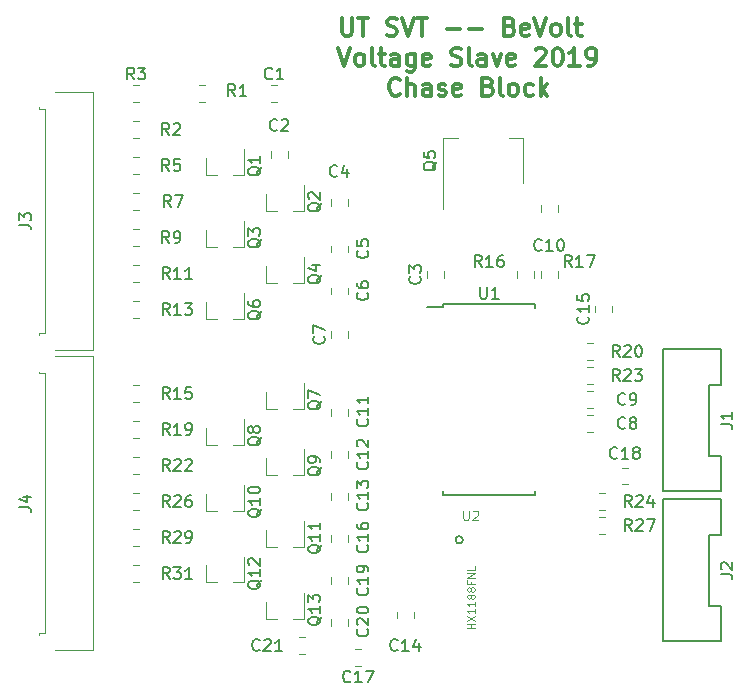
<source format=gbr>
G04 #@! TF.GenerationSoftware,KiCad,Pcbnew,(5.0.0)*
G04 #@! TF.CreationDate,2019-01-26T22:59:54-06:00*
G04 #@! TF.ProjectId,BPSVoltage,425053566F6C746167652E6B69636164,rev?*
G04 #@! TF.SameCoordinates,Original*
G04 #@! TF.FileFunction,Legend,Top*
G04 #@! TF.FilePolarity,Positive*
%FSLAX46Y46*%
G04 Gerber Fmt 4.6, Leading zero omitted, Abs format (unit mm)*
G04 Created by KiCad (PCBNEW (5.0.0)) date 01/26/19 22:59:54*
%MOMM*%
%LPD*%
G01*
G04 APERTURE LIST*
%ADD10C,0.300000*%
%ADD11C,0.127000*%
%ADD12C,0.120000*%
%ADD13C,0.150000*%
%ADD14C,0.050000*%
G04 APERTURE END LIST*
D10*
X198684285Y-25935714D02*
X198612857Y-26007142D01*
X198398571Y-26078571D01*
X198255714Y-26078571D01*
X198041428Y-26007142D01*
X197898571Y-25864285D01*
X197827142Y-25721428D01*
X197755714Y-25435714D01*
X197755714Y-25221428D01*
X197827142Y-24935714D01*
X197898571Y-24792857D01*
X198041428Y-24650000D01*
X198255714Y-24578571D01*
X198398571Y-24578571D01*
X198612857Y-24650000D01*
X198684285Y-24721428D01*
X199327142Y-26078571D02*
X199327142Y-24578571D01*
X199970000Y-26078571D02*
X199970000Y-25292857D01*
X199898571Y-25150000D01*
X199755714Y-25078571D01*
X199541428Y-25078571D01*
X199398571Y-25150000D01*
X199327142Y-25221428D01*
X201327142Y-26078571D02*
X201327142Y-25292857D01*
X201255714Y-25150000D01*
X201112857Y-25078571D01*
X200827142Y-25078571D01*
X200684285Y-25150000D01*
X201327142Y-26007142D02*
X201184285Y-26078571D01*
X200827142Y-26078571D01*
X200684285Y-26007142D01*
X200612857Y-25864285D01*
X200612857Y-25721428D01*
X200684285Y-25578571D01*
X200827142Y-25507142D01*
X201184285Y-25507142D01*
X201327142Y-25435714D01*
X201970000Y-26007142D02*
X202112857Y-26078571D01*
X202398571Y-26078571D01*
X202541428Y-26007142D01*
X202612857Y-25864285D01*
X202612857Y-25792857D01*
X202541428Y-25650000D01*
X202398571Y-25578571D01*
X202184285Y-25578571D01*
X202041428Y-25507142D01*
X201970000Y-25364285D01*
X201970000Y-25292857D01*
X202041428Y-25150000D01*
X202184285Y-25078571D01*
X202398571Y-25078571D01*
X202541428Y-25150000D01*
X203827142Y-26007142D02*
X203684285Y-26078571D01*
X203398571Y-26078571D01*
X203255714Y-26007142D01*
X203184285Y-25864285D01*
X203184285Y-25292857D01*
X203255714Y-25150000D01*
X203398571Y-25078571D01*
X203684285Y-25078571D01*
X203827142Y-25150000D01*
X203898571Y-25292857D01*
X203898571Y-25435714D01*
X203184285Y-25578571D01*
X206184285Y-25292857D02*
X206398571Y-25364285D01*
X206470000Y-25435714D01*
X206541428Y-25578571D01*
X206541428Y-25792857D01*
X206470000Y-25935714D01*
X206398571Y-26007142D01*
X206255714Y-26078571D01*
X205684285Y-26078571D01*
X205684285Y-24578571D01*
X206184285Y-24578571D01*
X206327142Y-24650000D01*
X206398571Y-24721428D01*
X206470000Y-24864285D01*
X206470000Y-25007142D01*
X206398571Y-25150000D01*
X206327142Y-25221428D01*
X206184285Y-25292857D01*
X205684285Y-25292857D01*
X207398571Y-26078571D02*
X207255714Y-26007142D01*
X207184285Y-25864285D01*
X207184285Y-24578571D01*
X208184285Y-26078571D02*
X208041428Y-26007142D01*
X207970000Y-25935714D01*
X207898571Y-25792857D01*
X207898571Y-25364285D01*
X207970000Y-25221428D01*
X208041428Y-25150000D01*
X208184285Y-25078571D01*
X208398571Y-25078571D01*
X208541428Y-25150000D01*
X208612857Y-25221428D01*
X208684285Y-25364285D01*
X208684285Y-25792857D01*
X208612857Y-25935714D01*
X208541428Y-26007142D01*
X208398571Y-26078571D01*
X208184285Y-26078571D01*
X209970000Y-26007142D02*
X209827142Y-26078571D01*
X209541428Y-26078571D01*
X209398571Y-26007142D01*
X209327142Y-25935714D01*
X209255714Y-25792857D01*
X209255714Y-25364285D01*
X209327142Y-25221428D01*
X209398571Y-25150000D01*
X209541428Y-25078571D01*
X209827142Y-25078571D01*
X209970000Y-25150000D01*
X210612857Y-26078571D02*
X210612857Y-24578571D01*
X210755714Y-25507142D02*
X211184285Y-26078571D01*
X211184285Y-25078571D02*
X210612857Y-25650000D01*
X193470000Y-22038571D02*
X193970000Y-23538571D01*
X194470000Y-22038571D01*
X195184285Y-23538571D02*
X195041428Y-23467142D01*
X194970000Y-23395714D01*
X194898571Y-23252857D01*
X194898571Y-22824285D01*
X194970000Y-22681428D01*
X195041428Y-22610000D01*
X195184285Y-22538571D01*
X195398571Y-22538571D01*
X195541428Y-22610000D01*
X195612857Y-22681428D01*
X195684285Y-22824285D01*
X195684285Y-23252857D01*
X195612857Y-23395714D01*
X195541428Y-23467142D01*
X195398571Y-23538571D01*
X195184285Y-23538571D01*
X196541428Y-23538571D02*
X196398571Y-23467142D01*
X196327142Y-23324285D01*
X196327142Y-22038571D01*
X196898571Y-22538571D02*
X197470000Y-22538571D01*
X197112857Y-22038571D02*
X197112857Y-23324285D01*
X197184285Y-23467142D01*
X197327142Y-23538571D01*
X197470000Y-23538571D01*
X198612857Y-23538571D02*
X198612857Y-22752857D01*
X198541428Y-22610000D01*
X198398571Y-22538571D01*
X198112857Y-22538571D01*
X197970000Y-22610000D01*
X198612857Y-23467142D02*
X198470000Y-23538571D01*
X198112857Y-23538571D01*
X197970000Y-23467142D01*
X197898571Y-23324285D01*
X197898571Y-23181428D01*
X197970000Y-23038571D01*
X198112857Y-22967142D01*
X198470000Y-22967142D01*
X198612857Y-22895714D01*
X199970000Y-22538571D02*
X199970000Y-23752857D01*
X199898571Y-23895714D01*
X199827142Y-23967142D01*
X199684285Y-24038571D01*
X199470000Y-24038571D01*
X199327142Y-23967142D01*
X199970000Y-23467142D02*
X199827142Y-23538571D01*
X199541428Y-23538571D01*
X199398571Y-23467142D01*
X199327142Y-23395714D01*
X199255714Y-23252857D01*
X199255714Y-22824285D01*
X199327142Y-22681428D01*
X199398571Y-22610000D01*
X199541428Y-22538571D01*
X199827142Y-22538571D01*
X199970000Y-22610000D01*
X201255714Y-23467142D02*
X201112857Y-23538571D01*
X200827142Y-23538571D01*
X200684285Y-23467142D01*
X200612857Y-23324285D01*
X200612857Y-22752857D01*
X200684285Y-22610000D01*
X200827142Y-22538571D01*
X201112857Y-22538571D01*
X201255714Y-22610000D01*
X201327142Y-22752857D01*
X201327142Y-22895714D01*
X200612857Y-23038571D01*
X203041428Y-23467142D02*
X203255714Y-23538571D01*
X203612857Y-23538571D01*
X203755714Y-23467142D01*
X203827142Y-23395714D01*
X203898571Y-23252857D01*
X203898571Y-23110000D01*
X203827142Y-22967142D01*
X203755714Y-22895714D01*
X203612857Y-22824285D01*
X203327142Y-22752857D01*
X203184285Y-22681428D01*
X203112857Y-22610000D01*
X203041428Y-22467142D01*
X203041428Y-22324285D01*
X203112857Y-22181428D01*
X203184285Y-22110000D01*
X203327142Y-22038571D01*
X203684285Y-22038571D01*
X203898571Y-22110000D01*
X204755714Y-23538571D02*
X204612857Y-23467142D01*
X204541428Y-23324285D01*
X204541428Y-22038571D01*
X205970000Y-23538571D02*
X205970000Y-22752857D01*
X205898571Y-22610000D01*
X205755714Y-22538571D01*
X205470000Y-22538571D01*
X205327142Y-22610000D01*
X205970000Y-23467142D02*
X205827142Y-23538571D01*
X205470000Y-23538571D01*
X205327142Y-23467142D01*
X205255714Y-23324285D01*
X205255714Y-23181428D01*
X205327142Y-23038571D01*
X205470000Y-22967142D01*
X205827142Y-22967142D01*
X205970000Y-22895714D01*
X206541428Y-22538571D02*
X206898571Y-23538571D01*
X207255714Y-22538571D01*
X208398571Y-23467142D02*
X208255714Y-23538571D01*
X207970000Y-23538571D01*
X207827142Y-23467142D01*
X207755714Y-23324285D01*
X207755714Y-22752857D01*
X207827142Y-22610000D01*
X207970000Y-22538571D01*
X208255714Y-22538571D01*
X208398571Y-22610000D01*
X208470000Y-22752857D01*
X208470000Y-22895714D01*
X207755714Y-23038571D01*
X210184285Y-22181428D02*
X210255714Y-22110000D01*
X210398571Y-22038571D01*
X210755714Y-22038571D01*
X210898571Y-22110000D01*
X210970000Y-22181428D01*
X211041428Y-22324285D01*
X211041428Y-22467142D01*
X210970000Y-22681428D01*
X210112857Y-23538571D01*
X211041428Y-23538571D01*
X211970000Y-22038571D02*
X212112857Y-22038571D01*
X212255714Y-22110000D01*
X212327142Y-22181428D01*
X212398571Y-22324285D01*
X212470000Y-22610000D01*
X212470000Y-22967142D01*
X212398571Y-23252857D01*
X212327142Y-23395714D01*
X212255714Y-23467142D01*
X212112857Y-23538571D01*
X211970000Y-23538571D01*
X211827142Y-23467142D01*
X211755714Y-23395714D01*
X211684285Y-23252857D01*
X211612857Y-22967142D01*
X211612857Y-22610000D01*
X211684285Y-22324285D01*
X211755714Y-22181428D01*
X211827142Y-22110000D01*
X211970000Y-22038571D01*
X213898571Y-23538571D02*
X213041428Y-23538571D01*
X213470000Y-23538571D02*
X213470000Y-22038571D01*
X213327142Y-22252857D01*
X213184285Y-22395714D01*
X213041428Y-22467142D01*
X214612857Y-23538571D02*
X214898571Y-23538571D01*
X215041428Y-23467142D01*
X215112857Y-23395714D01*
X215255714Y-23181428D01*
X215327142Y-22895714D01*
X215327142Y-22324285D01*
X215255714Y-22181428D01*
X215184285Y-22110000D01*
X215041428Y-22038571D01*
X214755714Y-22038571D01*
X214612857Y-22110000D01*
X214541428Y-22181428D01*
X214470000Y-22324285D01*
X214470000Y-22681428D01*
X214541428Y-22824285D01*
X214612857Y-22895714D01*
X214755714Y-22967142D01*
X215041428Y-22967142D01*
X215184285Y-22895714D01*
X215255714Y-22824285D01*
X215327142Y-22681428D01*
X193799285Y-19498571D02*
X193799285Y-20712857D01*
X193870714Y-20855714D01*
X193942142Y-20927142D01*
X194085000Y-20998571D01*
X194370714Y-20998571D01*
X194513571Y-20927142D01*
X194585000Y-20855714D01*
X194656428Y-20712857D01*
X194656428Y-19498571D01*
X195156428Y-19498571D02*
X196013571Y-19498571D01*
X195585000Y-20998571D02*
X195585000Y-19498571D01*
X197585000Y-20927142D02*
X197799285Y-20998571D01*
X198156428Y-20998571D01*
X198299285Y-20927142D01*
X198370714Y-20855714D01*
X198442142Y-20712857D01*
X198442142Y-20570000D01*
X198370714Y-20427142D01*
X198299285Y-20355714D01*
X198156428Y-20284285D01*
X197870714Y-20212857D01*
X197727857Y-20141428D01*
X197656428Y-20070000D01*
X197585000Y-19927142D01*
X197585000Y-19784285D01*
X197656428Y-19641428D01*
X197727857Y-19570000D01*
X197870714Y-19498571D01*
X198227857Y-19498571D01*
X198442142Y-19570000D01*
X198870714Y-19498571D02*
X199370714Y-20998571D01*
X199870714Y-19498571D01*
X200156428Y-19498571D02*
X201013571Y-19498571D01*
X200585000Y-20998571D02*
X200585000Y-19498571D01*
X202656428Y-20427142D02*
X203799285Y-20427142D01*
X204513571Y-20427142D02*
X205656428Y-20427142D01*
X208013571Y-20212857D02*
X208227857Y-20284285D01*
X208299285Y-20355714D01*
X208370714Y-20498571D01*
X208370714Y-20712857D01*
X208299285Y-20855714D01*
X208227857Y-20927142D01*
X208085000Y-20998571D01*
X207513571Y-20998571D01*
X207513571Y-19498571D01*
X208013571Y-19498571D01*
X208156428Y-19570000D01*
X208227857Y-19641428D01*
X208299285Y-19784285D01*
X208299285Y-19927142D01*
X208227857Y-20070000D01*
X208156428Y-20141428D01*
X208013571Y-20212857D01*
X207513571Y-20212857D01*
X209585000Y-20927142D02*
X209442142Y-20998571D01*
X209156428Y-20998571D01*
X209013571Y-20927142D01*
X208942142Y-20784285D01*
X208942142Y-20212857D01*
X209013571Y-20070000D01*
X209156428Y-19998571D01*
X209442142Y-19998571D01*
X209585000Y-20070000D01*
X209656428Y-20212857D01*
X209656428Y-20355714D01*
X208942142Y-20498571D01*
X210085000Y-19498571D02*
X210585000Y-20998571D01*
X211085000Y-19498571D01*
X211799285Y-20998571D02*
X211656428Y-20927142D01*
X211585000Y-20855714D01*
X211513571Y-20712857D01*
X211513571Y-20284285D01*
X211585000Y-20141428D01*
X211656428Y-20070000D01*
X211799285Y-19998571D01*
X212013571Y-19998571D01*
X212156428Y-20070000D01*
X212227857Y-20141428D01*
X212299285Y-20284285D01*
X212299285Y-20712857D01*
X212227857Y-20855714D01*
X212156428Y-20927142D01*
X212013571Y-20998571D01*
X211799285Y-20998571D01*
X213156428Y-20998571D02*
X213013571Y-20927142D01*
X212942142Y-20784285D01*
X212942142Y-19498571D01*
X213513571Y-19998571D02*
X214085000Y-19998571D01*
X213727857Y-19498571D02*
X213727857Y-20784285D01*
X213799285Y-20927142D01*
X213942142Y-20998571D01*
X214085000Y-20998571D01*
D11*
G04 #@! TO.C,U2*
X204025500Y-63690500D02*
G75*
G03X204025500Y-63690500I-317500J0D01*
G01*
D12*
G04 #@! TO.C,J4*
X169488000Y-73031000D02*
X172698000Y-73031000D01*
X172698000Y-73031000D02*
X172698000Y-48161000D01*
X172698000Y-48161000D02*
X169488000Y-48161000D01*
X168108000Y-71726000D02*
X168108000Y-71611000D01*
X168108000Y-71611000D02*
X168608000Y-71611000D01*
X168608000Y-71611000D02*
X168608000Y-49581000D01*
X168608000Y-49581000D02*
X168108000Y-49581000D01*
X168108000Y-49581000D02*
X168108000Y-49466000D01*
G04 #@! TO.C,J3*
X169488000Y-47631000D02*
X172698000Y-47631000D01*
X172698000Y-47631000D02*
X172698000Y-25761000D01*
X172698000Y-25761000D02*
X169488000Y-25761000D01*
X168108000Y-46326000D02*
X168108000Y-46211000D01*
X168108000Y-46211000D02*
X168608000Y-46211000D01*
X168608000Y-46211000D02*
X168608000Y-27181000D01*
X168608000Y-27181000D02*
X168108000Y-27181000D01*
X168108000Y-27181000D02*
X168108000Y-27066000D01*
D13*
G04 #@! TO.C,U1*
X202373000Y-43741000D02*
X202373000Y-43991000D01*
X210123000Y-43741000D02*
X210123000Y-44088500D01*
X210123000Y-59891000D02*
X210123000Y-59543500D01*
X202373000Y-59891000D02*
X202373000Y-59543500D01*
X202373000Y-43741000D02*
X210123000Y-43741000D01*
X202373000Y-59891000D02*
X210123000Y-59891000D01*
X202373000Y-43991000D02*
X200948000Y-43991000D01*
D12*
G04 #@! TO.C,Q5*
X209150000Y-29688000D02*
X207890000Y-29688000D01*
X202330000Y-29688000D02*
X203590000Y-29688000D01*
X209150000Y-33448000D02*
X209150000Y-29688000D01*
X202330000Y-35698000D02*
X202330000Y-29688000D01*
G04 #@! TO.C,C1*
X187779922Y-25198000D02*
X188297078Y-25198000D01*
X187779922Y-26618000D02*
X188297078Y-26618000D01*
G04 #@! TO.C,C2*
X187758000Y-31325078D02*
X187758000Y-30807922D01*
X189178000Y-31325078D02*
X189178000Y-30807922D01*
G04 #@! TO.C,C3*
X202386000Y-41485078D02*
X202386000Y-40967922D01*
X200966000Y-41485078D02*
X200966000Y-40967922D01*
G04 #@! TO.C,C4*
X194258000Y-35389078D02*
X194258000Y-34871922D01*
X192838000Y-35389078D02*
X192838000Y-34871922D01*
G04 #@! TO.C,C5*
X192838000Y-39296078D02*
X192838000Y-38778922D01*
X194258000Y-39296078D02*
X194258000Y-38778922D01*
G04 #@! TO.C,C6*
X194258000Y-42852078D02*
X194258000Y-42334922D01*
X192838000Y-42852078D02*
X192838000Y-42334922D01*
G04 #@! TO.C,C7*
X192838000Y-46565078D02*
X192838000Y-46047922D01*
X194258000Y-46565078D02*
X194258000Y-46047922D01*
G04 #@! TO.C,C8*
X214546922Y-54558000D02*
X215064078Y-54558000D01*
X214546922Y-53138000D02*
X215064078Y-53138000D01*
G04 #@! TO.C,C9*
X214546922Y-51106000D02*
X215064078Y-51106000D01*
X214546922Y-52526000D02*
X215064078Y-52526000D01*
G04 #@! TO.C,C10*
X210618000Y-35379922D02*
X210618000Y-35897078D01*
X212038000Y-35379922D02*
X212038000Y-35897078D01*
G04 #@! TO.C,C11*
X192838000Y-53169078D02*
X192838000Y-52651922D01*
X194258000Y-53169078D02*
X194258000Y-52651922D01*
G04 #@! TO.C,C12*
X192838000Y-56725078D02*
X192838000Y-56207922D01*
X194258000Y-56725078D02*
X194258000Y-56207922D01*
G04 #@! TO.C,C13*
X194258000Y-60281078D02*
X194258000Y-59763922D01*
X192838000Y-60281078D02*
X192838000Y-59763922D01*
G04 #@! TO.C,C14*
X199846000Y-69766922D02*
X199846000Y-70284078D01*
X198426000Y-69766922D02*
X198426000Y-70284078D01*
G04 #@! TO.C,C15*
X215190000Y-44406078D02*
X215190000Y-43888922D01*
X216610000Y-44406078D02*
X216610000Y-43888922D01*
G04 #@! TO.C,C16*
X192838000Y-63837078D02*
X192838000Y-63319922D01*
X194258000Y-63837078D02*
X194258000Y-63319922D01*
G04 #@! TO.C,C17*
X195409078Y-72950000D02*
X194891922Y-72950000D01*
X195409078Y-74370000D02*
X194891922Y-74370000D01*
G04 #@! TO.C,C18*
X217467922Y-59003000D02*
X217985078Y-59003000D01*
X217467922Y-57583000D02*
X217985078Y-57583000D01*
G04 #@! TO.C,C19*
X194258000Y-67393078D02*
X194258000Y-66875922D01*
X192838000Y-67393078D02*
X192838000Y-66875922D01*
G04 #@! TO.C,C20*
X192838000Y-70949078D02*
X192838000Y-70431922D01*
X194258000Y-70949078D02*
X194258000Y-70431922D01*
G04 #@! TO.C,C21*
X190162922Y-73354000D02*
X190680078Y-73354000D01*
X190162922Y-71934000D02*
X190680078Y-71934000D01*
D13*
G04 #@! TO.C,J1*
X225885000Y-47570000D02*
X225885000Y-50570000D01*
X225885000Y-50570000D02*
X224885000Y-50570000D01*
X224885000Y-50570000D02*
X224885000Y-56570000D01*
X224885000Y-56570000D02*
X225885000Y-56570000D01*
X225885000Y-56570000D02*
X225885000Y-59570000D01*
X225885000Y-59570000D02*
X220985000Y-59570000D01*
X220985000Y-59570000D02*
X220985000Y-47570000D01*
X220985000Y-47570000D02*
X225885000Y-47570000D01*
G04 #@! TO.C,J2*
X220985000Y-60270000D02*
X225885000Y-60270000D01*
X220985000Y-72270000D02*
X220985000Y-60270000D01*
X225885000Y-72270000D02*
X220985000Y-72270000D01*
X225885000Y-69270000D02*
X225885000Y-72270000D01*
X224885000Y-69270000D02*
X225885000Y-69270000D01*
X224885000Y-63270000D02*
X224885000Y-69270000D01*
X225885000Y-63270000D02*
X224885000Y-63270000D01*
X225885000Y-60270000D02*
X225885000Y-63270000D01*
D12*
G04 #@! TO.C,Q1*
X182316000Y-32780000D02*
X183246000Y-32780000D01*
X185476000Y-32780000D02*
X184546000Y-32780000D01*
X185476000Y-32780000D02*
X185476000Y-30620000D01*
X182316000Y-32780000D02*
X182316000Y-31320000D01*
G04 #@! TO.C,Q2*
X187396000Y-35828000D02*
X187396000Y-34368000D01*
X190556000Y-35828000D02*
X190556000Y-33668000D01*
X190556000Y-35828000D02*
X189626000Y-35828000D01*
X187396000Y-35828000D02*
X188326000Y-35828000D01*
G04 #@! TO.C,Q3*
X182316000Y-38876000D02*
X183246000Y-38876000D01*
X185476000Y-38876000D02*
X184546000Y-38876000D01*
X185476000Y-38876000D02*
X185476000Y-36716000D01*
X182316000Y-38876000D02*
X182316000Y-37416000D01*
G04 #@! TO.C,Q4*
X187396000Y-41924000D02*
X188326000Y-41924000D01*
X190556000Y-41924000D02*
X189626000Y-41924000D01*
X190556000Y-41924000D02*
X190556000Y-39764000D01*
X187396000Y-41924000D02*
X187396000Y-40464000D01*
G04 #@! TO.C,Q6*
X182316000Y-44972000D02*
X182316000Y-43512000D01*
X185476000Y-44972000D02*
X185476000Y-42812000D01*
X185476000Y-44972000D02*
X184546000Y-44972000D01*
X182316000Y-44972000D02*
X183246000Y-44972000D01*
G04 #@! TO.C,Q7*
X187396000Y-52592000D02*
X187396000Y-51132000D01*
X190556000Y-52592000D02*
X190556000Y-50432000D01*
X190556000Y-52592000D02*
X189626000Y-52592000D01*
X187396000Y-52592000D02*
X188326000Y-52592000D01*
G04 #@! TO.C,Q8*
X182316000Y-55640000D02*
X182316000Y-54180000D01*
X185476000Y-55640000D02*
X185476000Y-53480000D01*
X185476000Y-55640000D02*
X184546000Y-55640000D01*
X182316000Y-55640000D02*
X183246000Y-55640000D01*
G04 #@! TO.C,Q9*
X187396000Y-58180000D02*
X188326000Y-58180000D01*
X190556000Y-58180000D02*
X189626000Y-58180000D01*
X190556000Y-58180000D02*
X190556000Y-56020000D01*
X187396000Y-58180000D02*
X187396000Y-56720000D01*
G04 #@! TO.C,Q10*
X182316000Y-61228000D02*
X183246000Y-61228000D01*
X185476000Y-61228000D02*
X184546000Y-61228000D01*
X185476000Y-61228000D02*
X185476000Y-59068000D01*
X182316000Y-61228000D02*
X182316000Y-59768000D01*
G04 #@! TO.C,Q11*
X187396000Y-64276000D02*
X187396000Y-62816000D01*
X190556000Y-64276000D02*
X190556000Y-62116000D01*
X190556000Y-64276000D02*
X189626000Y-64276000D01*
X187396000Y-64276000D02*
X188326000Y-64276000D01*
G04 #@! TO.C,Q12*
X182316000Y-67292000D02*
X183246000Y-67292000D01*
X185476000Y-67292000D02*
X184546000Y-67292000D01*
X185476000Y-67292000D02*
X185476000Y-65132000D01*
X182316000Y-67292000D02*
X182316000Y-65832000D01*
G04 #@! TO.C,Q13*
X187396000Y-70372000D02*
X187396000Y-68912000D01*
X190556000Y-70372000D02*
X190556000Y-68212000D01*
X190556000Y-70372000D02*
X189626000Y-70372000D01*
X187396000Y-70372000D02*
X188326000Y-70372000D01*
G04 #@! TO.C,R1*
X182201078Y-25198000D02*
X181683922Y-25198000D01*
X182201078Y-26618000D02*
X181683922Y-26618000D01*
G04 #@! TO.C,R2*
X176613078Y-28246000D02*
X176095922Y-28246000D01*
X176613078Y-29666000D02*
X176095922Y-29666000D01*
G04 #@! TO.C,R3*
X176095922Y-25198000D02*
X176613078Y-25198000D01*
X176095922Y-26618000D02*
X176613078Y-26618000D01*
G04 #@! TO.C,R5*
X176613078Y-32714000D02*
X176095922Y-32714000D01*
X176613078Y-31294000D02*
X176095922Y-31294000D01*
G04 #@! TO.C,R7*
X176613078Y-34342000D02*
X176095922Y-34342000D01*
X176613078Y-35762000D02*
X176095922Y-35762000D01*
G04 #@! TO.C,R9*
X176613078Y-38810000D02*
X176095922Y-38810000D01*
X176613078Y-37390000D02*
X176095922Y-37390000D01*
G04 #@! TO.C,R11*
X176613078Y-41858000D02*
X176095922Y-41858000D01*
X176613078Y-40438000D02*
X176095922Y-40438000D01*
G04 #@! TO.C,R13*
X176613078Y-44906000D02*
X176095922Y-44906000D01*
X176613078Y-43486000D02*
X176095922Y-43486000D01*
G04 #@! TO.C,R15*
X176613078Y-50598000D02*
X176095922Y-50598000D01*
X176613078Y-52018000D02*
X176095922Y-52018000D01*
G04 #@! TO.C,R16*
X210006000Y-40967922D02*
X210006000Y-41485078D01*
X208586000Y-40967922D02*
X208586000Y-41485078D01*
G04 #@! TO.C,R17*
X210618000Y-40967922D02*
X210618000Y-41485078D01*
X212038000Y-40967922D02*
X212038000Y-41485078D01*
G04 #@! TO.C,R19*
X176613078Y-53646000D02*
X176095922Y-53646000D01*
X176613078Y-55066000D02*
X176095922Y-55066000D01*
G04 #@! TO.C,R20*
X214546922Y-47042000D02*
X215064078Y-47042000D01*
X214546922Y-48462000D02*
X215064078Y-48462000D01*
G04 #@! TO.C,R22*
X176613078Y-58114000D02*
X176095922Y-58114000D01*
X176613078Y-56694000D02*
X176095922Y-56694000D01*
G04 #@! TO.C,R23*
X214546922Y-49074000D02*
X215064078Y-49074000D01*
X214546922Y-50494000D02*
X215064078Y-50494000D01*
G04 #@! TO.C,R24*
X215562922Y-59742000D02*
X216080078Y-59742000D01*
X215562922Y-61162000D02*
X216080078Y-61162000D01*
G04 #@! TO.C,R26*
X176613078Y-59742000D02*
X176095922Y-59742000D01*
X176613078Y-61162000D02*
X176095922Y-61162000D01*
G04 #@! TO.C,R27*
X215562922Y-63194000D02*
X216080078Y-63194000D01*
X215562922Y-61774000D02*
X216080078Y-61774000D01*
G04 #@! TO.C,R29*
X176613078Y-62790000D02*
X176095922Y-62790000D01*
X176613078Y-64210000D02*
X176095922Y-64210000D01*
G04 #@! TO.C,R31*
X176613078Y-67258000D02*
X176095922Y-67258000D01*
X176613078Y-65838000D02*
X176095922Y-65838000D01*
G04 #@! TO.C,U2*
D14*
X204061086Y-61211070D02*
X204061086Y-61859996D01*
X204099258Y-61936340D01*
X204137430Y-61974512D01*
X204213774Y-62012684D01*
X204366463Y-62012684D01*
X204442807Y-61974512D01*
X204480979Y-61936340D01*
X204519151Y-61859996D01*
X204519151Y-61211070D01*
X204862700Y-61287415D02*
X204900872Y-61249243D01*
X204977216Y-61211070D01*
X205168077Y-61211070D01*
X205244421Y-61249243D01*
X205282593Y-61287415D01*
X205320765Y-61363759D01*
X205320765Y-61440103D01*
X205282593Y-61554619D01*
X204824528Y-62012684D01*
X205320765Y-62012684D01*
X205036648Y-71159128D02*
X204395445Y-71159128D01*
X204700779Y-71159128D02*
X204700779Y-70792727D01*
X205036648Y-70792727D02*
X204395445Y-70792727D01*
X204395445Y-70548459D02*
X205036648Y-70120990D01*
X204395445Y-70120990D02*
X205036648Y-70548459D01*
X205036648Y-69540854D02*
X205036648Y-69907256D01*
X205036648Y-69724055D02*
X204395445Y-69724055D01*
X204487045Y-69785122D01*
X204548112Y-69846189D01*
X204578645Y-69907256D01*
X205036648Y-68930184D02*
X205036648Y-69296586D01*
X205036648Y-69113385D02*
X204395445Y-69113385D01*
X204487045Y-69174452D01*
X204548112Y-69235519D01*
X204578645Y-69296586D01*
X204670246Y-68563783D02*
X204639712Y-68624850D01*
X204609179Y-68655383D01*
X204548112Y-68685917D01*
X204517578Y-68685917D01*
X204456511Y-68655383D01*
X204425978Y-68624850D01*
X204395445Y-68563783D01*
X204395445Y-68441649D01*
X204425978Y-68380582D01*
X204456511Y-68350048D01*
X204517578Y-68319515D01*
X204548112Y-68319515D01*
X204609179Y-68350048D01*
X204639712Y-68380582D01*
X204670246Y-68441649D01*
X204670246Y-68563783D01*
X204700779Y-68624850D01*
X204731313Y-68655383D01*
X204792380Y-68685917D01*
X204914514Y-68685917D01*
X204975581Y-68655383D01*
X205006114Y-68624850D01*
X205036648Y-68563783D01*
X205036648Y-68441649D01*
X205006114Y-68380582D01*
X204975581Y-68350048D01*
X204914514Y-68319515D01*
X204792380Y-68319515D01*
X204731313Y-68350048D01*
X204700779Y-68380582D01*
X204670246Y-68441649D01*
X204670246Y-67953113D02*
X204639712Y-68014180D01*
X204609179Y-68044714D01*
X204548112Y-68075247D01*
X204517578Y-68075247D01*
X204456511Y-68044714D01*
X204425978Y-68014180D01*
X204395445Y-67953113D01*
X204395445Y-67830979D01*
X204425978Y-67769912D01*
X204456511Y-67739379D01*
X204517578Y-67708845D01*
X204548112Y-67708845D01*
X204609179Y-67739379D01*
X204639712Y-67769912D01*
X204670246Y-67830979D01*
X204670246Y-67953113D01*
X204700779Y-68014180D01*
X204731313Y-68044714D01*
X204792380Y-68075247D01*
X204914514Y-68075247D01*
X204975581Y-68044714D01*
X205006114Y-68014180D01*
X205036648Y-67953113D01*
X205036648Y-67830979D01*
X205006114Y-67769912D01*
X204975581Y-67739379D01*
X204914514Y-67708845D01*
X204792380Y-67708845D01*
X204731313Y-67739379D01*
X204700779Y-67769912D01*
X204670246Y-67830979D01*
X204700779Y-67220310D02*
X204700779Y-67434044D01*
X205036648Y-67434044D02*
X204395445Y-67434044D01*
X204395445Y-67128709D01*
X205036648Y-66884442D02*
X204395445Y-66884442D01*
X205036648Y-66518040D01*
X204395445Y-66518040D01*
X205036648Y-65907370D02*
X205036648Y-66212705D01*
X204395445Y-66212705D01*
G04 #@! TO.C,J4*
D13*
X166470380Y-60929333D02*
X167184666Y-60929333D01*
X167327523Y-60976952D01*
X167422761Y-61072190D01*
X167470380Y-61215047D01*
X167470380Y-61310285D01*
X166803714Y-60024571D02*
X167470380Y-60024571D01*
X166422761Y-60262666D02*
X167137047Y-60500761D01*
X167137047Y-59881714D01*
G04 #@! TO.C,J3*
X166470380Y-37029333D02*
X167184666Y-37029333D01*
X167327523Y-37076952D01*
X167422761Y-37172190D01*
X167470380Y-37315047D01*
X167470380Y-37410285D01*
X166470380Y-36648380D02*
X166470380Y-36029333D01*
X166851333Y-36362666D01*
X166851333Y-36219809D01*
X166898952Y-36124571D01*
X166946571Y-36076952D01*
X167041809Y-36029333D01*
X167279904Y-36029333D01*
X167375142Y-36076952D01*
X167422761Y-36124571D01*
X167470380Y-36219809D01*
X167470380Y-36505523D01*
X167422761Y-36600761D01*
X167375142Y-36648380D01*
G04 #@! TO.C,U1*
X205486095Y-42268380D02*
X205486095Y-43077904D01*
X205533714Y-43173142D01*
X205581333Y-43220761D01*
X205676571Y-43268380D01*
X205867047Y-43268380D01*
X205962285Y-43220761D01*
X206009904Y-43173142D01*
X206057523Y-43077904D01*
X206057523Y-42268380D01*
X207057523Y-43268380D02*
X206486095Y-43268380D01*
X206771809Y-43268380D02*
X206771809Y-42268380D01*
X206676571Y-42411238D01*
X206581333Y-42506476D01*
X206486095Y-42554095D01*
G04 #@! TO.C,Q5*
X201787619Y-31693238D02*
X201740000Y-31788476D01*
X201644761Y-31883714D01*
X201501904Y-32026571D01*
X201454285Y-32121809D01*
X201454285Y-32217047D01*
X201692380Y-32169428D02*
X201644761Y-32264666D01*
X201549523Y-32359904D01*
X201359047Y-32407523D01*
X201025714Y-32407523D01*
X200835238Y-32359904D01*
X200740000Y-32264666D01*
X200692380Y-32169428D01*
X200692380Y-31978952D01*
X200740000Y-31883714D01*
X200835238Y-31788476D01*
X201025714Y-31740857D01*
X201359047Y-31740857D01*
X201549523Y-31788476D01*
X201644761Y-31883714D01*
X201692380Y-31978952D01*
X201692380Y-32169428D01*
X200692380Y-30836095D02*
X200692380Y-31312285D01*
X201168571Y-31359904D01*
X201120952Y-31312285D01*
X201073333Y-31217047D01*
X201073333Y-30978952D01*
X201120952Y-30883714D01*
X201168571Y-30836095D01*
X201263809Y-30788476D01*
X201501904Y-30788476D01*
X201597142Y-30836095D01*
X201644761Y-30883714D01*
X201692380Y-30978952D01*
X201692380Y-31217047D01*
X201644761Y-31312285D01*
X201597142Y-31359904D01*
G04 #@! TO.C,C1*
X187871833Y-24615142D02*
X187824214Y-24662761D01*
X187681357Y-24710380D01*
X187586119Y-24710380D01*
X187443261Y-24662761D01*
X187348023Y-24567523D01*
X187300404Y-24472285D01*
X187252785Y-24281809D01*
X187252785Y-24138952D01*
X187300404Y-23948476D01*
X187348023Y-23853238D01*
X187443261Y-23758000D01*
X187586119Y-23710380D01*
X187681357Y-23710380D01*
X187824214Y-23758000D01*
X187871833Y-23805619D01*
X188824214Y-24710380D02*
X188252785Y-24710380D01*
X188538500Y-24710380D02*
X188538500Y-23710380D01*
X188443261Y-23853238D01*
X188348023Y-23948476D01*
X188252785Y-23996095D01*
G04 #@! TO.C,C2*
X188301333Y-28962142D02*
X188253714Y-29009761D01*
X188110857Y-29057380D01*
X188015619Y-29057380D01*
X187872761Y-29009761D01*
X187777523Y-28914523D01*
X187729904Y-28819285D01*
X187682285Y-28628809D01*
X187682285Y-28485952D01*
X187729904Y-28295476D01*
X187777523Y-28200238D01*
X187872761Y-28105000D01*
X188015619Y-28057380D01*
X188110857Y-28057380D01*
X188253714Y-28105000D01*
X188301333Y-28152619D01*
X188682285Y-28152619D02*
X188729904Y-28105000D01*
X188825142Y-28057380D01*
X189063238Y-28057380D01*
X189158476Y-28105000D01*
X189206095Y-28152619D01*
X189253714Y-28247857D01*
X189253714Y-28343095D01*
X189206095Y-28485952D01*
X188634666Y-29057380D01*
X189253714Y-29057380D01*
G04 #@! TO.C,C3*
X200383142Y-41393166D02*
X200430761Y-41440785D01*
X200478380Y-41583642D01*
X200478380Y-41678880D01*
X200430761Y-41821738D01*
X200335523Y-41916976D01*
X200240285Y-41964595D01*
X200049809Y-42012214D01*
X199906952Y-42012214D01*
X199716476Y-41964595D01*
X199621238Y-41916976D01*
X199526000Y-41821738D01*
X199478380Y-41678880D01*
X199478380Y-41583642D01*
X199526000Y-41440785D01*
X199573619Y-41393166D01*
X199478380Y-41059833D02*
X199478380Y-40440785D01*
X199859333Y-40774119D01*
X199859333Y-40631261D01*
X199906952Y-40536023D01*
X199954571Y-40488404D01*
X200049809Y-40440785D01*
X200287904Y-40440785D01*
X200383142Y-40488404D01*
X200430761Y-40536023D01*
X200478380Y-40631261D01*
X200478380Y-40916976D01*
X200430761Y-41012214D01*
X200383142Y-41059833D01*
G04 #@! TO.C,C4*
X193381333Y-32869142D02*
X193333714Y-32916761D01*
X193190857Y-32964380D01*
X193095619Y-32964380D01*
X192952761Y-32916761D01*
X192857523Y-32821523D01*
X192809904Y-32726285D01*
X192762285Y-32535809D01*
X192762285Y-32392952D01*
X192809904Y-32202476D01*
X192857523Y-32107238D01*
X192952761Y-32012000D01*
X193095619Y-31964380D01*
X193190857Y-31964380D01*
X193333714Y-32012000D01*
X193381333Y-32059619D01*
X194238476Y-32297714D02*
X194238476Y-32964380D01*
X194000380Y-31916761D02*
X193762285Y-32631047D01*
X194381333Y-32631047D01*
G04 #@! TO.C,C5*
X195937142Y-39204166D02*
X195984761Y-39251785D01*
X196032380Y-39394642D01*
X196032380Y-39489880D01*
X195984761Y-39632738D01*
X195889523Y-39727976D01*
X195794285Y-39775595D01*
X195603809Y-39823214D01*
X195460952Y-39823214D01*
X195270476Y-39775595D01*
X195175238Y-39727976D01*
X195080000Y-39632738D01*
X195032380Y-39489880D01*
X195032380Y-39394642D01*
X195080000Y-39251785D01*
X195127619Y-39204166D01*
X195032380Y-38299404D02*
X195032380Y-38775595D01*
X195508571Y-38823214D01*
X195460952Y-38775595D01*
X195413333Y-38680357D01*
X195413333Y-38442261D01*
X195460952Y-38347023D01*
X195508571Y-38299404D01*
X195603809Y-38251785D01*
X195841904Y-38251785D01*
X195937142Y-38299404D01*
X195984761Y-38347023D01*
X196032380Y-38442261D01*
X196032380Y-38680357D01*
X195984761Y-38775595D01*
X195937142Y-38823214D01*
G04 #@! TO.C,C6*
X195937142Y-42760166D02*
X195984761Y-42807785D01*
X196032380Y-42950642D01*
X196032380Y-43045880D01*
X195984761Y-43188738D01*
X195889523Y-43283976D01*
X195794285Y-43331595D01*
X195603809Y-43379214D01*
X195460952Y-43379214D01*
X195270476Y-43331595D01*
X195175238Y-43283976D01*
X195080000Y-43188738D01*
X195032380Y-43045880D01*
X195032380Y-42950642D01*
X195080000Y-42807785D01*
X195127619Y-42760166D01*
X195032380Y-41903023D02*
X195032380Y-42093500D01*
X195080000Y-42188738D01*
X195127619Y-42236357D01*
X195270476Y-42331595D01*
X195460952Y-42379214D01*
X195841904Y-42379214D01*
X195937142Y-42331595D01*
X195984761Y-42283976D01*
X196032380Y-42188738D01*
X196032380Y-41998261D01*
X195984761Y-41903023D01*
X195937142Y-41855404D01*
X195841904Y-41807785D01*
X195603809Y-41807785D01*
X195508571Y-41855404D01*
X195460952Y-41903023D01*
X195413333Y-41998261D01*
X195413333Y-42188738D01*
X195460952Y-42283976D01*
X195508571Y-42331595D01*
X195603809Y-42379214D01*
G04 #@! TO.C,C7*
X192255142Y-46473166D02*
X192302761Y-46520785D01*
X192350380Y-46663642D01*
X192350380Y-46758880D01*
X192302761Y-46901738D01*
X192207523Y-46996976D01*
X192112285Y-47044595D01*
X191921809Y-47092214D01*
X191778952Y-47092214D01*
X191588476Y-47044595D01*
X191493238Y-46996976D01*
X191398000Y-46901738D01*
X191350380Y-46758880D01*
X191350380Y-46663642D01*
X191398000Y-46520785D01*
X191445619Y-46473166D01*
X191350380Y-46139833D02*
X191350380Y-45473166D01*
X192350380Y-45901738D01*
G04 #@! TO.C,C8*
X217765333Y-54205142D02*
X217717714Y-54252761D01*
X217574857Y-54300380D01*
X217479619Y-54300380D01*
X217336761Y-54252761D01*
X217241523Y-54157523D01*
X217193904Y-54062285D01*
X217146285Y-53871809D01*
X217146285Y-53728952D01*
X217193904Y-53538476D01*
X217241523Y-53443238D01*
X217336761Y-53348000D01*
X217479619Y-53300380D01*
X217574857Y-53300380D01*
X217717714Y-53348000D01*
X217765333Y-53395619D01*
X218336761Y-53728952D02*
X218241523Y-53681333D01*
X218193904Y-53633714D01*
X218146285Y-53538476D01*
X218146285Y-53490857D01*
X218193904Y-53395619D01*
X218241523Y-53348000D01*
X218336761Y-53300380D01*
X218527238Y-53300380D01*
X218622476Y-53348000D01*
X218670095Y-53395619D01*
X218717714Y-53490857D01*
X218717714Y-53538476D01*
X218670095Y-53633714D01*
X218622476Y-53681333D01*
X218527238Y-53728952D01*
X218336761Y-53728952D01*
X218241523Y-53776571D01*
X218193904Y-53824190D01*
X218146285Y-53919428D01*
X218146285Y-54109904D01*
X218193904Y-54205142D01*
X218241523Y-54252761D01*
X218336761Y-54300380D01*
X218527238Y-54300380D01*
X218622476Y-54252761D01*
X218670095Y-54205142D01*
X218717714Y-54109904D01*
X218717714Y-53919428D01*
X218670095Y-53824190D01*
X218622476Y-53776571D01*
X218527238Y-53728952D01*
G04 #@! TO.C,C9*
X217765333Y-52173142D02*
X217717714Y-52220761D01*
X217574857Y-52268380D01*
X217479619Y-52268380D01*
X217336761Y-52220761D01*
X217241523Y-52125523D01*
X217193904Y-52030285D01*
X217146285Y-51839809D01*
X217146285Y-51696952D01*
X217193904Y-51506476D01*
X217241523Y-51411238D01*
X217336761Y-51316000D01*
X217479619Y-51268380D01*
X217574857Y-51268380D01*
X217717714Y-51316000D01*
X217765333Y-51363619D01*
X218241523Y-52268380D02*
X218432000Y-52268380D01*
X218527238Y-52220761D01*
X218574857Y-52173142D01*
X218670095Y-52030285D01*
X218717714Y-51839809D01*
X218717714Y-51458857D01*
X218670095Y-51363619D01*
X218622476Y-51316000D01*
X218527238Y-51268380D01*
X218336761Y-51268380D01*
X218241523Y-51316000D01*
X218193904Y-51363619D01*
X218146285Y-51458857D01*
X218146285Y-51696952D01*
X218193904Y-51792190D01*
X218241523Y-51839809D01*
X218336761Y-51887428D01*
X218527238Y-51887428D01*
X218622476Y-51839809D01*
X218670095Y-51792190D01*
X218717714Y-51696952D01*
G04 #@! TO.C,C10*
X210685142Y-39122142D02*
X210637523Y-39169761D01*
X210494666Y-39217380D01*
X210399428Y-39217380D01*
X210256571Y-39169761D01*
X210161333Y-39074523D01*
X210113714Y-38979285D01*
X210066095Y-38788809D01*
X210066095Y-38645952D01*
X210113714Y-38455476D01*
X210161333Y-38360238D01*
X210256571Y-38265000D01*
X210399428Y-38217380D01*
X210494666Y-38217380D01*
X210637523Y-38265000D01*
X210685142Y-38312619D01*
X211637523Y-39217380D02*
X211066095Y-39217380D01*
X211351809Y-39217380D02*
X211351809Y-38217380D01*
X211256571Y-38360238D01*
X211161333Y-38455476D01*
X211066095Y-38503095D01*
X212256571Y-38217380D02*
X212351809Y-38217380D01*
X212447047Y-38265000D01*
X212494666Y-38312619D01*
X212542285Y-38407857D01*
X212589904Y-38598333D01*
X212589904Y-38836428D01*
X212542285Y-39026904D01*
X212494666Y-39122142D01*
X212447047Y-39169761D01*
X212351809Y-39217380D01*
X212256571Y-39217380D01*
X212161333Y-39169761D01*
X212113714Y-39122142D01*
X212066095Y-39026904D01*
X212018476Y-38836428D01*
X212018476Y-38598333D01*
X212066095Y-38407857D01*
X212113714Y-38312619D01*
X212161333Y-38265000D01*
X212256571Y-38217380D01*
G04 #@! TO.C,C11*
X195937142Y-53474857D02*
X195984761Y-53522476D01*
X196032380Y-53665333D01*
X196032380Y-53760571D01*
X195984761Y-53903428D01*
X195889523Y-53998666D01*
X195794285Y-54046285D01*
X195603809Y-54093904D01*
X195460952Y-54093904D01*
X195270476Y-54046285D01*
X195175238Y-53998666D01*
X195080000Y-53903428D01*
X195032380Y-53760571D01*
X195032380Y-53665333D01*
X195080000Y-53522476D01*
X195127619Y-53474857D01*
X196032380Y-52522476D02*
X196032380Y-53093904D01*
X196032380Y-52808190D02*
X195032380Y-52808190D01*
X195175238Y-52903428D01*
X195270476Y-52998666D01*
X195318095Y-53093904D01*
X196032380Y-51570095D02*
X196032380Y-52141523D01*
X196032380Y-51855809D02*
X195032380Y-51855809D01*
X195175238Y-51951047D01*
X195270476Y-52046285D01*
X195318095Y-52141523D01*
G04 #@! TO.C,C12*
X195937142Y-57109357D02*
X195984761Y-57156976D01*
X196032380Y-57299833D01*
X196032380Y-57395071D01*
X195984761Y-57537928D01*
X195889523Y-57633166D01*
X195794285Y-57680785D01*
X195603809Y-57728404D01*
X195460952Y-57728404D01*
X195270476Y-57680785D01*
X195175238Y-57633166D01*
X195080000Y-57537928D01*
X195032380Y-57395071D01*
X195032380Y-57299833D01*
X195080000Y-57156976D01*
X195127619Y-57109357D01*
X196032380Y-56156976D02*
X196032380Y-56728404D01*
X196032380Y-56442690D02*
X195032380Y-56442690D01*
X195175238Y-56537928D01*
X195270476Y-56633166D01*
X195318095Y-56728404D01*
X195127619Y-55776023D02*
X195080000Y-55728404D01*
X195032380Y-55633166D01*
X195032380Y-55395071D01*
X195080000Y-55299833D01*
X195127619Y-55252214D01*
X195222857Y-55204595D01*
X195318095Y-55204595D01*
X195460952Y-55252214D01*
X196032380Y-55823642D01*
X196032380Y-55204595D01*
G04 #@! TO.C,C13*
X195937142Y-60586857D02*
X195984761Y-60634476D01*
X196032380Y-60777333D01*
X196032380Y-60872571D01*
X195984761Y-61015428D01*
X195889523Y-61110666D01*
X195794285Y-61158285D01*
X195603809Y-61205904D01*
X195460952Y-61205904D01*
X195270476Y-61158285D01*
X195175238Y-61110666D01*
X195080000Y-61015428D01*
X195032380Y-60872571D01*
X195032380Y-60777333D01*
X195080000Y-60634476D01*
X195127619Y-60586857D01*
X196032380Y-59634476D02*
X196032380Y-60205904D01*
X196032380Y-59920190D02*
X195032380Y-59920190D01*
X195175238Y-60015428D01*
X195270476Y-60110666D01*
X195318095Y-60205904D01*
X195032380Y-59301142D02*
X195032380Y-58682095D01*
X195413333Y-59015428D01*
X195413333Y-58872571D01*
X195460952Y-58777333D01*
X195508571Y-58729714D01*
X195603809Y-58682095D01*
X195841904Y-58682095D01*
X195937142Y-58729714D01*
X195984761Y-58777333D01*
X196032380Y-58872571D01*
X196032380Y-59158285D01*
X195984761Y-59253523D01*
X195937142Y-59301142D01*
G04 #@! TO.C,C14*
X198493142Y-73001142D02*
X198445523Y-73048761D01*
X198302666Y-73096380D01*
X198207428Y-73096380D01*
X198064571Y-73048761D01*
X197969333Y-72953523D01*
X197921714Y-72858285D01*
X197874095Y-72667809D01*
X197874095Y-72524952D01*
X197921714Y-72334476D01*
X197969333Y-72239238D01*
X198064571Y-72144000D01*
X198207428Y-72096380D01*
X198302666Y-72096380D01*
X198445523Y-72144000D01*
X198493142Y-72191619D01*
X199445523Y-73096380D02*
X198874095Y-73096380D01*
X199159809Y-73096380D02*
X199159809Y-72096380D01*
X199064571Y-72239238D01*
X198969333Y-72334476D01*
X198874095Y-72382095D01*
X200302666Y-72429714D02*
X200302666Y-73096380D01*
X200064571Y-72048761D02*
X199826476Y-72763047D01*
X200445523Y-72763047D01*
G04 #@! TO.C,C15*
X214607142Y-44790357D02*
X214654761Y-44837976D01*
X214702380Y-44980833D01*
X214702380Y-45076071D01*
X214654761Y-45218928D01*
X214559523Y-45314166D01*
X214464285Y-45361785D01*
X214273809Y-45409404D01*
X214130952Y-45409404D01*
X213940476Y-45361785D01*
X213845238Y-45314166D01*
X213750000Y-45218928D01*
X213702380Y-45076071D01*
X213702380Y-44980833D01*
X213750000Y-44837976D01*
X213797619Y-44790357D01*
X214702380Y-43837976D02*
X214702380Y-44409404D01*
X214702380Y-44123690D02*
X213702380Y-44123690D01*
X213845238Y-44218928D01*
X213940476Y-44314166D01*
X213988095Y-44409404D01*
X213702380Y-42933214D02*
X213702380Y-43409404D01*
X214178571Y-43457023D01*
X214130952Y-43409404D01*
X214083333Y-43314166D01*
X214083333Y-43076071D01*
X214130952Y-42980833D01*
X214178571Y-42933214D01*
X214273809Y-42885595D01*
X214511904Y-42885595D01*
X214607142Y-42933214D01*
X214654761Y-42980833D01*
X214702380Y-43076071D01*
X214702380Y-43314166D01*
X214654761Y-43409404D01*
X214607142Y-43457023D01*
G04 #@! TO.C,C16*
X195937142Y-64142857D02*
X195984761Y-64190476D01*
X196032380Y-64333333D01*
X196032380Y-64428571D01*
X195984761Y-64571428D01*
X195889523Y-64666666D01*
X195794285Y-64714285D01*
X195603809Y-64761904D01*
X195460952Y-64761904D01*
X195270476Y-64714285D01*
X195175238Y-64666666D01*
X195080000Y-64571428D01*
X195032380Y-64428571D01*
X195032380Y-64333333D01*
X195080000Y-64190476D01*
X195127619Y-64142857D01*
X196032380Y-63190476D02*
X196032380Y-63761904D01*
X196032380Y-63476190D02*
X195032380Y-63476190D01*
X195175238Y-63571428D01*
X195270476Y-63666666D01*
X195318095Y-63761904D01*
X195032380Y-62333333D02*
X195032380Y-62523809D01*
X195080000Y-62619047D01*
X195127619Y-62666666D01*
X195270476Y-62761904D01*
X195460952Y-62809523D01*
X195841904Y-62809523D01*
X195937142Y-62761904D01*
X195984761Y-62714285D01*
X196032380Y-62619047D01*
X196032380Y-62428571D01*
X195984761Y-62333333D01*
X195937142Y-62285714D01*
X195841904Y-62238095D01*
X195603809Y-62238095D01*
X195508571Y-62285714D01*
X195460952Y-62333333D01*
X195413333Y-62428571D01*
X195413333Y-62619047D01*
X195460952Y-62714285D01*
X195508571Y-62761904D01*
X195603809Y-62809523D01*
G04 #@! TO.C,C17*
X194507642Y-75667142D02*
X194460023Y-75714761D01*
X194317166Y-75762380D01*
X194221928Y-75762380D01*
X194079071Y-75714761D01*
X193983833Y-75619523D01*
X193936214Y-75524285D01*
X193888595Y-75333809D01*
X193888595Y-75190952D01*
X193936214Y-75000476D01*
X193983833Y-74905238D01*
X194079071Y-74810000D01*
X194221928Y-74762380D01*
X194317166Y-74762380D01*
X194460023Y-74810000D01*
X194507642Y-74857619D01*
X195460023Y-75762380D02*
X194888595Y-75762380D01*
X195174309Y-75762380D02*
X195174309Y-74762380D01*
X195079071Y-74905238D01*
X194983833Y-75000476D01*
X194888595Y-75048095D01*
X195793357Y-74762380D02*
X196460023Y-74762380D01*
X196031452Y-75762380D01*
G04 #@! TO.C,C18*
X217083642Y-56745142D02*
X217036023Y-56792761D01*
X216893166Y-56840380D01*
X216797928Y-56840380D01*
X216655071Y-56792761D01*
X216559833Y-56697523D01*
X216512214Y-56602285D01*
X216464595Y-56411809D01*
X216464595Y-56268952D01*
X216512214Y-56078476D01*
X216559833Y-55983238D01*
X216655071Y-55888000D01*
X216797928Y-55840380D01*
X216893166Y-55840380D01*
X217036023Y-55888000D01*
X217083642Y-55935619D01*
X218036023Y-56840380D02*
X217464595Y-56840380D01*
X217750309Y-56840380D02*
X217750309Y-55840380D01*
X217655071Y-55983238D01*
X217559833Y-56078476D01*
X217464595Y-56126095D01*
X218607452Y-56268952D02*
X218512214Y-56221333D01*
X218464595Y-56173714D01*
X218416976Y-56078476D01*
X218416976Y-56030857D01*
X218464595Y-55935619D01*
X218512214Y-55888000D01*
X218607452Y-55840380D01*
X218797928Y-55840380D01*
X218893166Y-55888000D01*
X218940785Y-55935619D01*
X218988404Y-56030857D01*
X218988404Y-56078476D01*
X218940785Y-56173714D01*
X218893166Y-56221333D01*
X218797928Y-56268952D01*
X218607452Y-56268952D01*
X218512214Y-56316571D01*
X218464595Y-56364190D01*
X218416976Y-56459428D01*
X218416976Y-56649904D01*
X218464595Y-56745142D01*
X218512214Y-56792761D01*
X218607452Y-56840380D01*
X218797928Y-56840380D01*
X218893166Y-56792761D01*
X218940785Y-56745142D01*
X218988404Y-56649904D01*
X218988404Y-56459428D01*
X218940785Y-56364190D01*
X218893166Y-56316571D01*
X218797928Y-56268952D01*
G04 #@! TO.C,C19*
X195937142Y-67777357D02*
X195984761Y-67824976D01*
X196032380Y-67967833D01*
X196032380Y-68063071D01*
X195984761Y-68205928D01*
X195889523Y-68301166D01*
X195794285Y-68348785D01*
X195603809Y-68396404D01*
X195460952Y-68396404D01*
X195270476Y-68348785D01*
X195175238Y-68301166D01*
X195080000Y-68205928D01*
X195032380Y-68063071D01*
X195032380Y-67967833D01*
X195080000Y-67824976D01*
X195127619Y-67777357D01*
X196032380Y-66824976D02*
X196032380Y-67396404D01*
X196032380Y-67110690D02*
X195032380Y-67110690D01*
X195175238Y-67205928D01*
X195270476Y-67301166D01*
X195318095Y-67396404D01*
X196032380Y-66348785D02*
X196032380Y-66158309D01*
X195984761Y-66063071D01*
X195937142Y-66015452D01*
X195794285Y-65920214D01*
X195603809Y-65872595D01*
X195222857Y-65872595D01*
X195127619Y-65920214D01*
X195080000Y-65967833D01*
X195032380Y-66063071D01*
X195032380Y-66253547D01*
X195080000Y-66348785D01*
X195127619Y-66396404D01*
X195222857Y-66444023D01*
X195460952Y-66444023D01*
X195556190Y-66396404D01*
X195603809Y-66348785D01*
X195651428Y-66253547D01*
X195651428Y-66063071D01*
X195603809Y-65967833D01*
X195556190Y-65920214D01*
X195460952Y-65872595D01*
G04 #@! TO.C,C20*
X195937142Y-71254857D02*
X195984761Y-71302476D01*
X196032380Y-71445333D01*
X196032380Y-71540571D01*
X195984761Y-71683428D01*
X195889523Y-71778666D01*
X195794285Y-71826285D01*
X195603809Y-71873904D01*
X195460952Y-71873904D01*
X195270476Y-71826285D01*
X195175238Y-71778666D01*
X195080000Y-71683428D01*
X195032380Y-71540571D01*
X195032380Y-71445333D01*
X195080000Y-71302476D01*
X195127619Y-71254857D01*
X195127619Y-70873904D02*
X195080000Y-70826285D01*
X195032380Y-70731047D01*
X195032380Y-70492952D01*
X195080000Y-70397714D01*
X195127619Y-70350095D01*
X195222857Y-70302476D01*
X195318095Y-70302476D01*
X195460952Y-70350095D01*
X196032380Y-70921523D01*
X196032380Y-70302476D01*
X195032380Y-69683428D02*
X195032380Y-69588190D01*
X195080000Y-69492952D01*
X195127619Y-69445333D01*
X195222857Y-69397714D01*
X195413333Y-69350095D01*
X195651428Y-69350095D01*
X195841904Y-69397714D01*
X195937142Y-69445333D01*
X195984761Y-69492952D01*
X196032380Y-69588190D01*
X196032380Y-69683428D01*
X195984761Y-69778666D01*
X195937142Y-69826285D01*
X195841904Y-69873904D01*
X195651428Y-69921523D01*
X195413333Y-69921523D01*
X195222857Y-69873904D01*
X195127619Y-69826285D01*
X195080000Y-69778666D01*
X195032380Y-69683428D01*
G04 #@! TO.C,C21*
X186809142Y-73001142D02*
X186761523Y-73048761D01*
X186618666Y-73096380D01*
X186523428Y-73096380D01*
X186380571Y-73048761D01*
X186285333Y-72953523D01*
X186237714Y-72858285D01*
X186190095Y-72667809D01*
X186190095Y-72524952D01*
X186237714Y-72334476D01*
X186285333Y-72239238D01*
X186380571Y-72144000D01*
X186523428Y-72096380D01*
X186618666Y-72096380D01*
X186761523Y-72144000D01*
X186809142Y-72191619D01*
X187190095Y-72191619D02*
X187237714Y-72144000D01*
X187332952Y-72096380D01*
X187571047Y-72096380D01*
X187666285Y-72144000D01*
X187713904Y-72191619D01*
X187761523Y-72286857D01*
X187761523Y-72382095D01*
X187713904Y-72524952D01*
X187142476Y-73096380D01*
X187761523Y-73096380D01*
X188713904Y-73096380D02*
X188142476Y-73096380D01*
X188428190Y-73096380D02*
X188428190Y-72096380D01*
X188332952Y-72239238D01*
X188237714Y-72334476D01*
X188142476Y-72382095D01*
G04 #@! TO.C,J1*
X225837380Y-53903333D02*
X226551666Y-53903333D01*
X226694523Y-53950952D01*
X226789761Y-54046190D01*
X226837380Y-54189047D01*
X226837380Y-54284285D01*
X226837380Y-52903333D02*
X226837380Y-53474761D01*
X226837380Y-53189047D02*
X225837380Y-53189047D01*
X225980238Y-53284285D01*
X226075476Y-53379523D01*
X226123095Y-53474761D01*
G04 #@! TO.C,J2*
X225837380Y-66603333D02*
X226551666Y-66603333D01*
X226694523Y-66650952D01*
X226789761Y-66746190D01*
X226837380Y-66889047D01*
X226837380Y-66984285D01*
X225932619Y-66174761D02*
X225885000Y-66127142D01*
X225837380Y-66031904D01*
X225837380Y-65793809D01*
X225885000Y-65698571D01*
X225932619Y-65650952D01*
X226027857Y-65603333D01*
X226123095Y-65603333D01*
X226265952Y-65650952D01*
X226837380Y-66222380D01*
X226837380Y-65603333D01*
G04 #@! TO.C,Q1*
X186943619Y-32115238D02*
X186896000Y-32210476D01*
X186800761Y-32305714D01*
X186657904Y-32448571D01*
X186610285Y-32543809D01*
X186610285Y-32639047D01*
X186848380Y-32591428D02*
X186800761Y-32686666D01*
X186705523Y-32781904D01*
X186515047Y-32829523D01*
X186181714Y-32829523D01*
X185991238Y-32781904D01*
X185896000Y-32686666D01*
X185848380Y-32591428D01*
X185848380Y-32400952D01*
X185896000Y-32305714D01*
X185991238Y-32210476D01*
X186181714Y-32162857D01*
X186515047Y-32162857D01*
X186705523Y-32210476D01*
X186800761Y-32305714D01*
X186848380Y-32400952D01*
X186848380Y-32591428D01*
X186848380Y-31210476D02*
X186848380Y-31781904D01*
X186848380Y-31496190D02*
X185848380Y-31496190D01*
X185991238Y-31591428D01*
X186086476Y-31686666D01*
X186134095Y-31781904D01*
G04 #@! TO.C,Q2*
X192023619Y-35163238D02*
X191976000Y-35258476D01*
X191880761Y-35353714D01*
X191737904Y-35496571D01*
X191690285Y-35591809D01*
X191690285Y-35687047D01*
X191928380Y-35639428D02*
X191880761Y-35734666D01*
X191785523Y-35829904D01*
X191595047Y-35877523D01*
X191261714Y-35877523D01*
X191071238Y-35829904D01*
X190976000Y-35734666D01*
X190928380Y-35639428D01*
X190928380Y-35448952D01*
X190976000Y-35353714D01*
X191071238Y-35258476D01*
X191261714Y-35210857D01*
X191595047Y-35210857D01*
X191785523Y-35258476D01*
X191880761Y-35353714D01*
X191928380Y-35448952D01*
X191928380Y-35639428D01*
X191023619Y-34829904D02*
X190976000Y-34782285D01*
X190928380Y-34687047D01*
X190928380Y-34448952D01*
X190976000Y-34353714D01*
X191023619Y-34306095D01*
X191118857Y-34258476D01*
X191214095Y-34258476D01*
X191356952Y-34306095D01*
X191928380Y-34877523D01*
X191928380Y-34258476D01*
G04 #@! TO.C,Q3*
X186943619Y-38211238D02*
X186896000Y-38306476D01*
X186800761Y-38401714D01*
X186657904Y-38544571D01*
X186610285Y-38639809D01*
X186610285Y-38735047D01*
X186848380Y-38687428D02*
X186800761Y-38782666D01*
X186705523Y-38877904D01*
X186515047Y-38925523D01*
X186181714Y-38925523D01*
X185991238Y-38877904D01*
X185896000Y-38782666D01*
X185848380Y-38687428D01*
X185848380Y-38496952D01*
X185896000Y-38401714D01*
X185991238Y-38306476D01*
X186181714Y-38258857D01*
X186515047Y-38258857D01*
X186705523Y-38306476D01*
X186800761Y-38401714D01*
X186848380Y-38496952D01*
X186848380Y-38687428D01*
X185848380Y-37925523D02*
X185848380Y-37306476D01*
X186229333Y-37639809D01*
X186229333Y-37496952D01*
X186276952Y-37401714D01*
X186324571Y-37354095D01*
X186419809Y-37306476D01*
X186657904Y-37306476D01*
X186753142Y-37354095D01*
X186800761Y-37401714D01*
X186848380Y-37496952D01*
X186848380Y-37782666D01*
X186800761Y-37877904D01*
X186753142Y-37925523D01*
G04 #@! TO.C,Q4*
X192023619Y-41259238D02*
X191976000Y-41354476D01*
X191880761Y-41449714D01*
X191737904Y-41592571D01*
X191690285Y-41687809D01*
X191690285Y-41783047D01*
X191928380Y-41735428D02*
X191880761Y-41830666D01*
X191785523Y-41925904D01*
X191595047Y-41973523D01*
X191261714Y-41973523D01*
X191071238Y-41925904D01*
X190976000Y-41830666D01*
X190928380Y-41735428D01*
X190928380Y-41544952D01*
X190976000Y-41449714D01*
X191071238Y-41354476D01*
X191261714Y-41306857D01*
X191595047Y-41306857D01*
X191785523Y-41354476D01*
X191880761Y-41449714D01*
X191928380Y-41544952D01*
X191928380Y-41735428D01*
X191261714Y-40449714D02*
X191928380Y-40449714D01*
X190880761Y-40687809D02*
X191595047Y-40925904D01*
X191595047Y-40306857D01*
G04 #@! TO.C,Q6*
X186943619Y-44307238D02*
X186896000Y-44402476D01*
X186800761Y-44497714D01*
X186657904Y-44640571D01*
X186610285Y-44735809D01*
X186610285Y-44831047D01*
X186848380Y-44783428D02*
X186800761Y-44878666D01*
X186705523Y-44973904D01*
X186515047Y-45021523D01*
X186181714Y-45021523D01*
X185991238Y-44973904D01*
X185896000Y-44878666D01*
X185848380Y-44783428D01*
X185848380Y-44592952D01*
X185896000Y-44497714D01*
X185991238Y-44402476D01*
X186181714Y-44354857D01*
X186515047Y-44354857D01*
X186705523Y-44402476D01*
X186800761Y-44497714D01*
X186848380Y-44592952D01*
X186848380Y-44783428D01*
X185848380Y-43497714D02*
X185848380Y-43688190D01*
X185896000Y-43783428D01*
X185943619Y-43831047D01*
X186086476Y-43926285D01*
X186276952Y-43973904D01*
X186657904Y-43973904D01*
X186753142Y-43926285D01*
X186800761Y-43878666D01*
X186848380Y-43783428D01*
X186848380Y-43592952D01*
X186800761Y-43497714D01*
X186753142Y-43450095D01*
X186657904Y-43402476D01*
X186419809Y-43402476D01*
X186324571Y-43450095D01*
X186276952Y-43497714D01*
X186229333Y-43592952D01*
X186229333Y-43783428D01*
X186276952Y-43878666D01*
X186324571Y-43926285D01*
X186419809Y-43973904D01*
G04 #@! TO.C,Q7*
X192023619Y-51927238D02*
X191976000Y-52022476D01*
X191880761Y-52117714D01*
X191737904Y-52260571D01*
X191690285Y-52355809D01*
X191690285Y-52451047D01*
X191928380Y-52403428D02*
X191880761Y-52498666D01*
X191785523Y-52593904D01*
X191595047Y-52641523D01*
X191261714Y-52641523D01*
X191071238Y-52593904D01*
X190976000Y-52498666D01*
X190928380Y-52403428D01*
X190928380Y-52212952D01*
X190976000Y-52117714D01*
X191071238Y-52022476D01*
X191261714Y-51974857D01*
X191595047Y-51974857D01*
X191785523Y-52022476D01*
X191880761Y-52117714D01*
X191928380Y-52212952D01*
X191928380Y-52403428D01*
X190928380Y-51641523D02*
X190928380Y-50974857D01*
X191928380Y-51403428D01*
G04 #@! TO.C,Q8*
X186943619Y-54975238D02*
X186896000Y-55070476D01*
X186800761Y-55165714D01*
X186657904Y-55308571D01*
X186610285Y-55403809D01*
X186610285Y-55499047D01*
X186848380Y-55451428D02*
X186800761Y-55546666D01*
X186705523Y-55641904D01*
X186515047Y-55689523D01*
X186181714Y-55689523D01*
X185991238Y-55641904D01*
X185896000Y-55546666D01*
X185848380Y-55451428D01*
X185848380Y-55260952D01*
X185896000Y-55165714D01*
X185991238Y-55070476D01*
X186181714Y-55022857D01*
X186515047Y-55022857D01*
X186705523Y-55070476D01*
X186800761Y-55165714D01*
X186848380Y-55260952D01*
X186848380Y-55451428D01*
X186276952Y-54451428D02*
X186229333Y-54546666D01*
X186181714Y-54594285D01*
X186086476Y-54641904D01*
X186038857Y-54641904D01*
X185943619Y-54594285D01*
X185896000Y-54546666D01*
X185848380Y-54451428D01*
X185848380Y-54260952D01*
X185896000Y-54165714D01*
X185943619Y-54118095D01*
X186038857Y-54070476D01*
X186086476Y-54070476D01*
X186181714Y-54118095D01*
X186229333Y-54165714D01*
X186276952Y-54260952D01*
X186276952Y-54451428D01*
X186324571Y-54546666D01*
X186372190Y-54594285D01*
X186467428Y-54641904D01*
X186657904Y-54641904D01*
X186753142Y-54594285D01*
X186800761Y-54546666D01*
X186848380Y-54451428D01*
X186848380Y-54260952D01*
X186800761Y-54165714D01*
X186753142Y-54118095D01*
X186657904Y-54070476D01*
X186467428Y-54070476D01*
X186372190Y-54118095D01*
X186324571Y-54165714D01*
X186276952Y-54260952D01*
G04 #@! TO.C,Q9*
X192023619Y-57515238D02*
X191976000Y-57610476D01*
X191880761Y-57705714D01*
X191737904Y-57848571D01*
X191690285Y-57943809D01*
X191690285Y-58039047D01*
X191928380Y-57991428D02*
X191880761Y-58086666D01*
X191785523Y-58181904D01*
X191595047Y-58229523D01*
X191261714Y-58229523D01*
X191071238Y-58181904D01*
X190976000Y-58086666D01*
X190928380Y-57991428D01*
X190928380Y-57800952D01*
X190976000Y-57705714D01*
X191071238Y-57610476D01*
X191261714Y-57562857D01*
X191595047Y-57562857D01*
X191785523Y-57610476D01*
X191880761Y-57705714D01*
X191928380Y-57800952D01*
X191928380Y-57991428D01*
X191928380Y-57086666D02*
X191928380Y-56896190D01*
X191880761Y-56800952D01*
X191833142Y-56753333D01*
X191690285Y-56658095D01*
X191499809Y-56610476D01*
X191118857Y-56610476D01*
X191023619Y-56658095D01*
X190976000Y-56705714D01*
X190928380Y-56800952D01*
X190928380Y-56991428D01*
X190976000Y-57086666D01*
X191023619Y-57134285D01*
X191118857Y-57181904D01*
X191356952Y-57181904D01*
X191452190Y-57134285D01*
X191499809Y-57086666D01*
X191547428Y-56991428D01*
X191547428Y-56800952D01*
X191499809Y-56705714D01*
X191452190Y-56658095D01*
X191356952Y-56610476D01*
G04 #@! TO.C,Q10*
X186943619Y-61039428D02*
X186896000Y-61134666D01*
X186800761Y-61229904D01*
X186657904Y-61372761D01*
X186610285Y-61468000D01*
X186610285Y-61563238D01*
X186848380Y-61515619D02*
X186800761Y-61610857D01*
X186705523Y-61706095D01*
X186515047Y-61753714D01*
X186181714Y-61753714D01*
X185991238Y-61706095D01*
X185896000Y-61610857D01*
X185848380Y-61515619D01*
X185848380Y-61325142D01*
X185896000Y-61229904D01*
X185991238Y-61134666D01*
X186181714Y-61087047D01*
X186515047Y-61087047D01*
X186705523Y-61134666D01*
X186800761Y-61229904D01*
X186848380Y-61325142D01*
X186848380Y-61515619D01*
X186848380Y-60134666D02*
X186848380Y-60706095D01*
X186848380Y-60420380D02*
X185848380Y-60420380D01*
X185991238Y-60515619D01*
X186086476Y-60610857D01*
X186134095Y-60706095D01*
X185848380Y-59515619D02*
X185848380Y-59420380D01*
X185896000Y-59325142D01*
X185943619Y-59277523D01*
X186038857Y-59229904D01*
X186229333Y-59182285D01*
X186467428Y-59182285D01*
X186657904Y-59229904D01*
X186753142Y-59277523D01*
X186800761Y-59325142D01*
X186848380Y-59420380D01*
X186848380Y-59515619D01*
X186800761Y-59610857D01*
X186753142Y-59658476D01*
X186657904Y-59706095D01*
X186467428Y-59753714D01*
X186229333Y-59753714D01*
X186038857Y-59706095D01*
X185943619Y-59658476D01*
X185896000Y-59610857D01*
X185848380Y-59515619D01*
G04 #@! TO.C,Q11*
X192023619Y-64087428D02*
X191976000Y-64182666D01*
X191880761Y-64277904D01*
X191737904Y-64420761D01*
X191690285Y-64516000D01*
X191690285Y-64611238D01*
X191928380Y-64563619D02*
X191880761Y-64658857D01*
X191785523Y-64754095D01*
X191595047Y-64801714D01*
X191261714Y-64801714D01*
X191071238Y-64754095D01*
X190976000Y-64658857D01*
X190928380Y-64563619D01*
X190928380Y-64373142D01*
X190976000Y-64277904D01*
X191071238Y-64182666D01*
X191261714Y-64135047D01*
X191595047Y-64135047D01*
X191785523Y-64182666D01*
X191880761Y-64277904D01*
X191928380Y-64373142D01*
X191928380Y-64563619D01*
X191928380Y-63182666D02*
X191928380Y-63754095D01*
X191928380Y-63468380D02*
X190928380Y-63468380D01*
X191071238Y-63563619D01*
X191166476Y-63658857D01*
X191214095Y-63754095D01*
X191928380Y-62230285D02*
X191928380Y-62801714D01*
X191928380Y-62516000D02*
X190928380Y-62516000D01*
X191071238Y-62611238D01*
X191166476Y-62706476D01*
X191214095Y-62801714D01*
G04 #@! TO.C,Q12*
X186943619Y-67103428D02*
X186896000Y-67198666D01*
X186800761Y-67293904D01*
X186657904Y-67436761D01*
X186610285Y-67532000D01*
X186610285Y-67627238D01*
X186848380Y-67579619D02*
X186800761Y-67674857D01*
X186705523Y-67770095D01*
X186515047Y-67817714D01*
X186181714Y-67817714D01*
X185991238Y-67770095D01*
X185896000Y-67674857D01*
X185848380Y-67579619D01*
X185848380Y-67389142D01*
X185896000Y-67293904D01*
X185991238Y-67198666D01*
X186181714Y-67151047D01*
X186515047Y-67151047D01*
X186705523Y-67198666D01*
X186800761Y-67293904D01*
X186848380Y-67389142D01*
X186848380Y-67579619D01*
X186848380Y-66198666D02*
X186848380Y-66770095D01*
X186848380Y-66484380D02*
X185848380Y-66484380D01*
X185991238Y-66579619D01*
X186086476Y-66674857D01*
X186134095Y-66770095D01*
X185943619Y-65817714D02*
X185896000Y-65770095D01*
X185848380Y-65674857D01*
X185848380Y-65436761D01*
X185896000Y-65341523D01*
X185943619Y-65293904D01*
X186038857Y-65246285D01*
X186134095Y-65246285D01*
X186276952Y-65293904D01*
X186848380Y-65865333D01*
X186848380Y-65246285D01*
G04 #@! TO.C,Q13*
X192023619Y-70183428D02*
X191976000Y-70278666D01*
X191880761Y-70373904D01*
X191737904Y-70516761D01*
X191690285Y-70612000D01*
X191690285Y-70707238D01*
X191928380Y-70659619D02*
X191880761Y-70754857D01*
X191785523Y-70850095D01*
X191595047Y-70897714D01*
X191261714Y-70897714D01*
X191071238Y-70850095D01*
X190976000Y-70754857D01*
X190928380Y-70659619D01*
X190928380Y-70469142D01*
X190976000Y-70373904D01*
X191071238Y-70278666D01*
X191261714Y-70231047D01*
X191595047Y-70231047D01*
X191785523Y-70278666D01*
X191880761Y-70373904D01*
X191928380Y-70469142D01*
X191928380Y-70659619D01*
X191928380Y-69278666D02*
X191928380Y-69850095D01*
X191928380Y-69564380D02*
X190928380Y-69564380D01*
X191071238Y-69659619D01*
X191166476Y-69754857D01*
X191214095Y-69850095D01*
X190928380Y-68945333D02*
X190928380Y-68326285D01*
X191309333Y-68659619D01*
X191309333Y-68516761D01*
X191356952Y-68421523D01*
X191404571Y-68373904D01*
X191499809Y-68326285D01*
X191737904Y-68326285D01*
X191833142Y-68373904D01*
X191880761Y-68421523D01*
X191928380Y-68516761D01*
X191928380Y-68802476D01*
X191880761Y-68897714D01*
X191833142Y-68945333D01*
G04 #@! TO.C,R1*
X184745333Y-26106380D02*
X184412000Y-25630190D01*
X184173904Y-26106380D02*
X184173904Y-25106380D01*
X184554857Y-25106380D01*
X184650095Y-25154000D01*
X184697714Y-25201619D01*
X184745333Y-25296857D01*
X184745333Y-25439714D01*
X184697714Y-25534952D01*
X184650095Y-25582571D01*
X184554857Y-25630190D01*
X184173904Y-25630190D01*
X185697714Y-26106380D02*
X185126285Y-26106380D01*
X185412000Y-26106380D02*
X185412000Y-25106380D01*
X185316761Y-25249238D01*
X185221523Y-25344476D01*
X185126285Y-25392095D01*
G04 #@! TO.C,R2*
X179157333Y-29408380D02*
X178824000Y-28932190D01*
X178585904Y-29408380D02*
X178585904Y-28408380D01*
X178966857Y-28408380D01*
X179062095Y-28456000D01*
X179109714Y-28503619D01*
X179157333Y-28598857D01*
X179157333Y-28741714D01*
X179109714Y-28836952D01*
X179062095Y-28884571D01*
X178966857Y-28932190D01*
X178585904Y-28932190D01*
X179538285Y-28503619D02*
X179585904Y-28456000D01*
X179681142Y-28408380D01*
X179919238Y-28408380D01*
X180014476Y-28456000D01*
X180062095Y-28503619D01*
X180109714Y-28598857D01*
X180109714Y-28694095D01*
X180062095Y-28836952D01*
X179490666Y-29408380D01*
X180109714Y-29408380D01*
G04 #@! TO.C,R3*
X176187833Y-24710380D02*
X175854500Y-24234190D01*
X175616404Y-24710380D02*
X175616404Y-23710380D01*
X175997357Y-23710380D01*
X176092595Y-23758000D01*
X176140214Y-23805619D01*
X176187833Y-23900857D01*
X176187833Y-24043714D01*
X176140214Y-24138952D01*
X176092595Y-24186571D01*
X175997357Y-24234190D01*
X175616404Y-24234190D01*
X176521166Y-23710380D02*
X177140214Y-23710380D01*
X176806880Y-24091333D01*
X176949738Y-24091333D01*
X177044976Y-24138952D01*
X177092595Y-24186571D01*
X177140214Y-24281809D01*
X177140214Y-24519904D01*
X177092595Y-24615142D01*
X177044976Y-24662761D01*
X176949738Y-24710380D01*
X176664023Y-24710380D01*
X176568785Y-24662761D01*
X176521166Y-24615142D01*
G04 #@! TO.C,R5*
X179157333Y-32456380D02*
X178824000Y-31980190D01*
X178585904Y-32456380D02*
X178585904Y-31456380D01*
X178966857Y-31456380D01*
X179062095Y-31504000D01*
X179109714Y-31551619D01*
X179157333Y-31646857D01*
X179157333Y-31789714D01*
X179109714Y-31884952D01*
X179062095Y-31932571D01*
X178966857Y-31980190D01*
X178585904Y-31980190D01*
X180062095Y-31456380D02*
X179585904Y-31456380D01*
X179538285Y-31932571D01*
X179585904Y-31884952D01*
X179681142Y-31837333D01*
X179919238Y-31837333D01*
X180014476Y-31884952D01*
X180062095Y-31932571D01*
X180109714Y-32027809D01*
X180109714Y-32265904D01*
X180062095Y-32361142D01*
X180014476Y-32408761D01*
X179919238Y-32456380D01*
X179681142Y-32456380D01*
X179585904Y-32408761D01*
X179538285Y-32361142D01*
G04 #@! TO.C,R7*
X179314333Y-35504380D02*
X178981000Y-35028190D01*
X178742904Y-35504380D02*
X178742904Y-34504380D01*
X179123857Y-34504380D01*
X179219095Y-34552000D01*
X179266714Y-34599619D01*
X179314333Y-34694857D01*
X179314333Y-34837714D01*
X179266714Y-34932952D01*
X179219095Y-34980571D01*
X179123857Y-35028190D01*
X178742904Y-35028190D01*
X179647666Y-34504380D02*
X180314333Y-34504380D01*
X179885761Y-35504380D01*
G04 #@! TO.C,R9*
X179157333Y-38552380D02*
X178824000Y-38076190D01*
X178585904Y-38552380D02*
X178585904Y-37552380D01*
X178966857Y-37552380D01*
X179062095Y-37600000D01*
X179109714Y-37647619D01*
X179157333Y-37742857D01*
X179157333Y-37885714D01*
X179109714Y-37980952D01*
X179062095Y-38028571D01*
X178966857Y-38076190D01*
X178585904Y-38076190D01*
X179633523Y-38552380D02*
X179824000Y-38552380D01*
X179919238Y-38504761D01*
X179966857Y-38457142D01*
X180062095Y-38314285D01*
X180109714Y-38123809D01*
X180109714Y-37742857D01*
X180062095Y-37647619D01*
X180014476Y-37600000D01*
X179919238Y-37552380D01*
X179728761Y-37552380D01*
X179633523Y-37600000D01*
X179585904Y-37647619D01*
X179538285Y-37742857D01*
X179538285Y-37980952D01*
X179585904Y-38076190D01*
X179633523Y-38123809D01*
X179728761Y-38171428D01*
X179919238Y-38171428D01*
X180014476Y-38123809D01*
X180062095Y-38076190D01*
X180109714Y-37980952D01*
G04 #@! TO.C,R11*
X179189142Y-41600380D02*
X178855809Y-41124190D01*
X178617714Y-41600380D02*
X178617714Y-40600380D01*
X178998666Y-40600380D01*
X179093904Y-40648000D01*
X179141523Y-40695619D01*
X179189142Y-40790857D01*
X179189142Y-40933714D01*
X179141523Y-41028952D01*
X179093904Y-41076571D01*
X178998666Y-41124190D01*
X178617714Y-41124190D01*
X180141523Y-41600380D02*
X179570095Y-41600380D01*
X179855809Y-41600380D02*
X179855809Y-40600380D01*
X179760571Y-40743238D01*
X179665333Y-40838476D01*
X179570095Y-40886095D01*
X181093904Y-41600380D02*
X180522476Y-41600380D01*
X180808190Y-41600380D02*
X180808190Y-40600380D01*
X180712952Y-40743238D01*
X180617714Y-40838476D01*
X180522476Y-40886095D01*
G04 #@! TO.C,R13*
X179189142Y-44648380D02*
X178855809Y-44172190D01*
X178617714Y-44648380D02*
X178617714Y-43648380D01*
X178998666Y-43648380D01*
X179093904Y-43696000D01*
X179141523Y-43743619D01*
X179189142Y-43838857D01*
X179189142Y-43981714D01*
X179141523Y-44076952D01*
X179093904Y-44124571D01*
X178998666Y-44172190D01*
X178617714Y-44172190D01*
X180141523Y-44648380D02*
X179570095Y-44648380D01*
X179855809Y-44648380D02*
X179855809Y-43648380D01*
X179760571Y-43791238D01*
X179665333Y-43886476D01*
X179570095Y-43934095D01*
X180474857Y-43648380D02*
X181093904Y-43648380D01*
X180760571Y-44029333D01*
X180903428Y-44029333D01*
X180998666Y-44076952D01*
X181046285Y-44124571D01*
X181093904Y-44219809D01*
X181093904Y-44457904D01*
X181046285Y-44553142D01*
X180998666Y-44600761D01*
X180903428Y-44648380D01*
X180617714Y-44648380D01*
X180522476Y-44600761D01*
X180474857Y-44553142D01*
G04 #@! TO.C,R15*
X179189142Y-51760380D02*
X178855809Y-51284190D01*
X178617714Y-51760380D02*
X178617714Y-50760380D01*
X178998666Y-50760380D01*
X179093904Y-50808000D01*
X179141523Y-50855619D01*
X179189142Y-50950857D01*
X179189142Y-51093714D01*
X179141523Y-51188952D01*
X179093904Y-51236571D01*
X178998666Y-51284190D01*
X178617714Y-51284190D01*
X180141523Y-51760380D02*
X179570095Y-51760380D01*
X179855809Y-51760380D02*
X179855809Y-50760380D01*
X179760571Y-50903238D01*
X179665333Y-50998476D01*
X179570095Y-51046095D01*
X181046285Y-50760380D02*
X180570095Y-50760380D01*
X180522476Y-51236571D01*
X180570095Y-51188952D01*
X180665333Y-51141333D01*
X180903428Y-51141333D01*
X180998666Y-51188952D01*
X181046285Y-51236571D01*
X181093904Y-51331809D01*
X181093904Y-51569904D01*
X181046285Y-51665142D01*
X180998666Y-51712761D01*
X180903428Y-51760380D01*
X180665333Y-51760380D01*
X180570095Y-51712761D01*
X180522476Y-51665142D01*
G04 #@! TO.C,R16*
X205605142Y-40584380D02*
X205271809Y-40108190D01*
X205033714Y-40584380D02*
X205033714Y-39584380D01*
X205414666Y-39584380D01*
X205509904Y-39632000D01*
X205557523Y-39679619D01*
X205605142Y-39774857D01*
X205605142Y-39917714D01*
X205557523Y-40012952D01*
X205509904Y-40060571D01*
X205414666Y-40108190D01*
X205033714Y-40108190D01*
X206557523Y-40584380D02*
X205986095Y-40584380D01*
X206271809Y-40584380D02*
X206271809Y-39584380D01*
X206176571Y-39727238D01*
X206081333Y-39822476D01*
X205986095Y-39870095D01*
X207414666Y-39584380D02*
X207224190Y-39584380D01*
X207128952Y-39632000D01*
X207081333Y-39679619D01*
X206986095Y-39822476D01*
X206938476Y-40012952D01*
X206938476Y-40393904D01*
X206986095Y-40489142D01*
X207033714Y-40536761D01*
X207128952Y-40584380D01*
X207319428Y-40584380D01*
X207414666Y-40536761D01*
X207462285Y-40489142D01*
X207509904Y-40393904D01*
X207509904Y-40155809D01*
X207462285Y-40060571D01*
X207414666Y-40012952D01*
X207319428Y-39965333D01*
X207128952Y-39965333D01*
X207033714Y-40012952D01*
X206986095Y-40060571D01*
X206938476Y-40155809D01*
G04 #@! TO.C,R17*
X213225142Y-40584380D02*
X212891809Y-40108190D01*
X212653714Y-40584380D02*
X212653714Y-39584380D01*
X213034666Y-39584380D01*
X213129904Y-39632000D01*
X213177523Y-39679619D01*
X213225142Y-39774857D01*
X213225142Y-39917714D01*
X213177523Y-40012952D01*
X213129904Y-40060571D01*
X213034666Y-40108190D01*
X212653714Y-40108190D01*
X214177523Y-40584380D02*
X213606095Y-40584380D01*
X213891809Y-40584380D02*
X213891809Y-39584380D01*
X213796571Y-39727238D01*
X213701333Y-39822476D01*
X213606095Y-39870095D01*
X214510857Y-39584380D02*
X215177523Y-39584380D01*
X214748952Y-40584380D01*
G04 #@! TO.C,R19*
X179189142Y-54808380D02*
X178855809Y-54332190D01*
X178617714Y-54808380D02*
X178617714Y-53808380D01*
X178998666Y-53808380D01*
X179093904Y-53856000D01*
X179141523Y-53903619D01*
X179189142Y-53998857D01*
X179189142Y-54141714D01*
X179141523Y-54236952D01*
X179093904Y-54284571D01*
X178998666Y-54332190D01*
X178617714Y-54332190D01*
X180141523Y-54808380D02*
X179570095Y-54808380D01*
X179855809Y-54808380D02*
X179855809Y-53808380D01*
X179760571Y-53951238D01*
X179665333Y-54046476D01*
X179570095Y-54094095D01*
X180617714Y-54808380D02*
X180808190Y-54808380D01*
X180903428Y-54760761D01*
X180951047Y-54713142D01*
X181046285Y-54570285D01*
X181093904Y-54379809D01*
X181093904Y-53998857D01*
X181046285Y-53903619D01*
X180998666Y-53856000D01*
X180903428Y-53808380D01*
X180712952Y-53808380D01*
X180617714Y-53856000D01*
X180570095Y-53903619D01*
X180522476Y-53998857D01*
X180522476Y-54236952D01*
X180570095Y-54332190D01*
X180617714Y-54379809D01*
X180712952Y-54427428D01*
X180903428Y-54427428D01*
X180998666Y-54379809D01*
X181046285Y-54332190D01*
X181093904Y-54236952D01*
G04 #@! TO.C,R20*
X217289142Y-48204380D02*
X216955809Y-47728190D01*
X216717714Y-48204380D02*
X216717714Y-47204380D01*
X217098666Y-47204380D01*
X217193904Y-47252000D01*
X217241523Y-47299619D01*
X217289142Y-47394857D01*
X217289142Y-47537714D01*
X217241523Y-47632952D01*
X217193904Y-47680571D01*
X217098666Y-47728190D01*
X216717714Y-47728190D01*
X217670095Y-47299619D02*
X217717714Y-47252000D01*
X217812952Y-47204380D01*
X218051047Y-47204380D01*
X218146285Y-47252000D01*
X218193904Y-47299619D01*
X218241523Y-47394857D01*
X218241523Y-47490095D01*
X218193904Y-47632952D01*
X217622476Y-48204380D01*
X218241523Y-48204380D01*
X218860571Y-47204380D02*
X218955809Y-47204380D01*
X219051047Y-47252000D01*
X219098666Y-47299619D01*
X219146285Y-47394857D01*
X219193904Y-47585333D01*
X219193904Y-47823428D01*
X219146285Y-48013904D01*
X219098666Y-48109142D01*
X219051047Y-48156761D01*
X218955809Y-48204380D01*
X218860571Y-48204380D01*
X218765333Y-48156761D01*
X218717714Y-48109142D01*
X218670095Y-48013904D01*
X218622476Y-47823428D01*
X218622476Y-47585333D01*
X218670095Y-47394857D01*
X218717714Y-47299619D01*
X218765333Y-47252000D01*
X218860571Y-47204380D01*
G04 #@! TO.C,R22*
X179189142Y-57856380D02*
X178855809Y-57380190D01*
X178617714Y-57856380D02*
X178617714Y-56856380D01*
X178998666Y-56856380D01*
X179093904Y-56904000D01*
X179141523Y-56951619D01*
X179189142Y-57046857D01*
X179189142Y-57189714D01*
X179141523Y-57284952D01*
X179093904Y-57332571D01*
X178998666Y-57380190D01*
X178617714Y-57380190D01*
X179570095Y-56951619D02*
X179617714Y-56904000D01*
X179712952Y-56856380D01*
X179951047Y-56856380D01*
X180046285Y-56904000D01*
X180093904Y-56951619D01*
X180141523Y-57046857D01*
X180141523Y-57142095D01*
X180093904Y-57284952D01*
X179522476Y-57856380D01*
X180141523Y-57856380D01*
X180522476Y-56951619D02*
X180570095Y-56904000D01*
X180665333Y-56856380D01*
X180903428Y-56856380D01*
X180998666Y-56904000D01*
X181046285Y-56951619D01*
X181093904Y-57046857D01*
X181093904Y-57142095D01*
X181046285Y-57284952D01*
X180474857Y-57856380D01*
X181093904Y-57856380D01*
G04 #@! TO.C,R23*
X217289142Y-50236380D02*
X216955809Y-49760190D01*
X216717714Y-50236380D02*
X216717714Y-49236380D01*
X217098666Y-49236380D01*
X217193904Y-49284000D01*
X217241523Y-49331619D01*
X217289142Y-49426857D01*
X217289142Y-49569714D01*
X217241523Y-49664952D01*
X217193904Y-49712571D01*
X217098666Y-49760190D01*
X216717714Y-49760190D01*
X217670095Y-49331619D02*
X217717714Y-49284000D01*
X217812952Y-49236380D01*
X218051047Y-49236380D01*
X218146285Y-49284000D01*
X218193904Y-49331619D01*
X218241523Y-49426857D01*
X218241523Y-49522095D01*
X218193904Y-49664952D01*
X217622476Y-50236380D01*
X218241523Y-50236380D01*
X218574857Y-49236380D02*
X219193904Y-49236380D01*
X218860571Y-49617333D01*
X219003428Y-49617333D01*
X219098666Y-49664952D01*
X219146285Y-49712571D01*
X219193904Y-49807809D01*
X219193904Y-50045904D01*
X219146285Y-50141142D01*
X219098666Y-50188761D01*
X219003428Y-50236380D01*
X218717714Y-50236380D01*
X218622476Y-50188761D01*
X218574857Y-50141142D01*
G04 #@! TO.C,R24*
X218305142Y-60904380D02*
X217971809Y-60428190D01*
X217733714Y-60904380D02*
X217733714Y-59904380D01*
X218114666Y-59904380D01*
X218209904Y-59952000D01*
X218257523Y-59999619D01*
X218305142Y-60094857D01*
X218305142Y-60237714D01*
X218257523Y-60332952D01*
X218209904Y-60380571D01*
X218114666Y-60428190D01*
X217733714Y-60428190D01*
X218686095Y-59999619D02*
X218733714Y-59952000D01*
X218828952Y-59904380D01*
X219067047Y-59904380D01*
X219162285Y-59952000D01*
X219209904Y-59999619D01*
X219257523Y-60094857D01*
X219257523Y-60190095D01*
X219209904Y-60332952D01*
X218638476Y-60904380D01*
X219257523Y-60904380D01*
X220114666Y-60237714D02*
X220114666Y-60904380D01*
X219876571Y-59856761D02*
X219638476Y-60571047D01*
X220257523Y-60571047D01*
G04 #@! TO.C,R26*
X179189142Y-60904380D02*
X178855809Y-60428190D01*
X178617714Y-60904380D02*
X178617714Y-59904380D01*
X178998666Y-59904380D01*
X179093904Y-59952000D01*
X179141523Y-59999619D01*
X179189142Y-60094857D01*
X179189142Y-60237714D01*
X179141523Y-60332952D01*
X179093904Y-60380571D01*
X178998666Y-60428190D01*
X178617714Y-60428190D01*
X179570095Y-59999619D02*
X179617714Y-59952000D01*
X179712952Y-59904380D01*
X179951047Y-59904380D01*
X180046285Y-59952000D01*
X180093904Y-59999619D01*
X180141523Y-60094857D01*
X180141523Y-60190095D01*
X180093904Y-60332952D01*
X179522476Y-60904380D01*
X180141523Y-60904380D01*
X180998666Y-59904380D02*
X180808190Y-59904380D01*
X180712952Y-59952000D01*
X180665333Y-59999619D01*
X180570095Y-60142476D01*
X180522476Y-60332952D01*
X180522476Y-60713904D01*
X180570095Y-60809142D01*
X180617714Y-60856761D01*
X180712952Y-60904380D01*
X180903428Y-60904380D01*
X180998666Y-60856761D01*
X181046285Y-60809142D01*
X181093904Y-60713904D01*
X181093904Y-60475809D01*
X181046285Y-60380571D01*
X180998666Y-60332952D01*
X180903428Y-60285333D01*
X180712952Y-60285333D01*
X180617714Y-60332952D01*
X180570095Y-60380571D01*
X180522476Y-60475809D01*
G04 #@! TO.C,R27*
X218305142Y-62936380D02*
X217971809Y-62460190D01*
X217733714Y-62936380D02*
X217733714Y-61936380D01*
X218114666Y-61936380D01*
X218209904Y-61984000D01*
X218257523Y-62031619D01*
X218305142Y-62126857D01*
X218305142Y-62269714D01*
X218257523Y-62364952D01*
X218209904Y-62412571D01*
X218114666Y-62460190D01*
X217733714Y-62460190D01*
X218686095Y-62031619D02*
X218733714Y-61984000D01*
X218828952Y-61936380D01*
X219067047Y-61936380D01*
X219162285Y-61984000D01*
X219209904Y-62031619D01*
X219257523Y-62126857D01*
X219257523Y-62222095D01*
X219209904Y-62364952D01*
X218638476Y-62936380D01*
X219257523Y-62936380D01*
X219590857Y-61936380D02*
X220257523Y-61936380D01*
X219828952Y-62936380D01*
G04 #@! TO.C,R29*
X179189142Y-63952380D02*
X178855809Y-63476190D01*
X178617714Y-63952380D02*
X178617714Y-62952380D01*
X178998666Y-62952380D01*
X179093904Y-63000000D01*
X179141523Y-63047619D01*
X179189142Y-63142857D01*
X179189142Y-63285714D01*
X179141523Y-63380952D01*
X179093904Y-63428571D01*
X178998666Y-63476190D01*
X178617714Y-63476190D01*
X179570095Y-63047619D02*
X179617714Y-63000000D01*
X179712952Y-62952380D01*
X179951047Y-62952380D01*
X180046285Y-63000000D01*
X180093904Y-63047619D01*
X180141523Y-63142857D01*
X180141523Y-63238095D01*
X180093904Y-63380952D01*
X179522476Y-63952380D01*
X180141523Y-63952380D01*
X180617714Y-63952380D02*
X180808190Y-63952380D01*
X180903428Y-63904761D01*
X180951047Y-63857142D01*
X181046285Y-63714285D01*
X181093904Y-63523809D01*
X181093904Y-63142857D01*
X181046285Y-63047619D01*
X180998666Y-63000000D01*
X180903428Y-62952380D01*
X180712952Y-62952380D01*
X180617714Y-63000000D01*
X180570095Y-63047619D01*
X180522476Y-63142857D01*
X180522476Y-63380952D01*
X180570095Y-63476190D01*
X180617714Y-63523809D01*
X180712952Y-63571428D01*
X180903428Y-63571428D01*
X180998666Y-63523809D01*
X181046285Y-63476190D01*
X181093904Y-63380952D01*
G04 #@! TO.C,R31*
X179189142Y-67000380D02*
X178855809Y-66524190D01*
X178617714Y-67000380D02*
X178617714Y-66000380D01*
X178998666Y-66000380D01*
X179093904Y-66048000D01*
X179141523Y-66095619D01*
X179189142Y-66190857D01*
X179189142Y-66333714D01*
X179141523Y-66428952D01*
X179093904Y-66476571D01*
X178998666Y-66524190D01*
X178617714Y-66524190D01*
X179522476Y-66000380D02*
X180141523Y-66000380D01*
X179808190Y-66381333D01*
X179951047Y-66381333D01*
X180046285Y-66428952D01*
X180093904Y-66476571D01*
X180141523Y-66571809D01*
X180141523Y-66809904D01*
X180093904Y-66905142D01*
X180046285Y-66952761D01*
X179951047Y-67000380D01*
X179665333Y-67000380D01*
X179570095Y-66952761D01*
X179522476Y-66905142D01*
X181093904Y-67000380D02*
X180522476Y-67000380D01*
X180808190Y-67000380D02*
X180808190Y-66000380D01*
X180712952Y-66143238D01*
X180617714Y-66238476D01*
X180522476Y-66286095D01*
G04 #@! TD*
M02*

</source>
